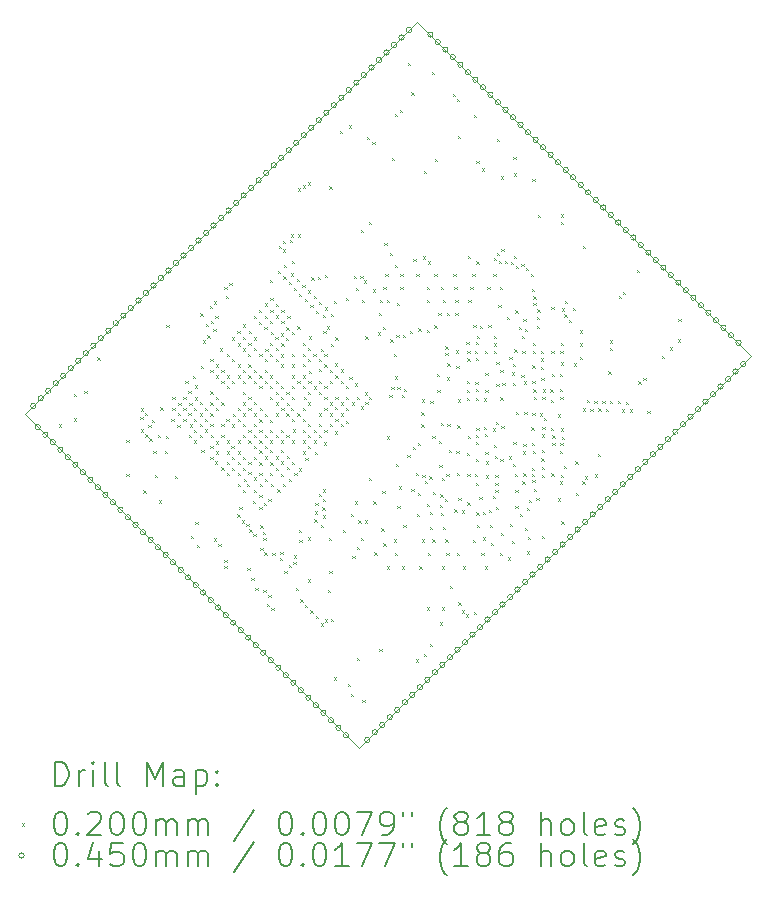
<source format=gbr>
%TF.GenerationSoftware,KiCad,Pcbnew,8.0.0-rc1*%
%TF.CreationDate,2025-03-14T10:19:53+03:00*%
%TF.ProjectId,SMX66_V1.0,534d5836-365f-4563-912e-302e6b696361,rev?*%
%TF.SameCoordinates,Original*%
%TF.FileFunction,Drillmap*%
%TF.FilePolarity,Positive*%
%FSLAX45Y45*%
G04 Gerber Fmt 4.5, Leading zero omitted, Abs format (unit mm)*
G04 Created by KiCad (PCBNEW 8.0.0-rc1) date 2025-03-14 10:19:53*
%MOMM*%
%LPD*%
G01*
G04 APERTURE LIST*
%ADD10C,0.100000*%
%ADD11C,0.200000*%
G04 APERTURE END LIST*
D10*
X17536782Y-9160274D02*
X14213380Y-12483676D01*
X11384953Y-9655249D01*
X14708354Y-6331847D01*
X17536782Y-9160274D01*
D11*
D10*
X11672553Y-9741752D02*
X11692543Y-9761742D01*
X11692543Y-9741752D02*
X11672553Y-9761742D01*
X11800149Y-9690189D02*
X11820139Y-9710179D01*
X11820139Y-9690189D02*
X11800149Y-9710179D01*
X11800553Y-9482752D02*
X11820543Y-9502742D01*
X11820543Y-9482752D02*
X11800553Y-9502742D01*
X11888553Y-9457752D02*
X11908543Y-9477742D01*
X11908543Y-9457752D02*
X11888553Y-9477742D01*
X11997064Y-9172262D02*
X12017054Y-9192252D01*
X12017054Y-9172262D02*
X11997064Y-9192252D01*
X12243564Y-10162762D02*
X12263554Y-10182752D01*
X12263554Y-10162762D02*
X12243564Y-10182752D01*
X12244553Y-9872752D02*
X12264543Y-9892742D01*
X12264543Y-9872752D02*
X12244553Y-9892742D01*
X12361553Y-9676752D02*
X12381543Y-9696742D01*
X12381543Y-9676752D02*
X12361553Y-9696742D01*
X12367553Y-9782752D02*
X12387543Y-9802742D01*
X12387543Y-9782752D02*
X12367553Y-9802742D01*
X12369094Y-9606247D02*
X12389084Y-9626237D01*
X12389084Y-9606247D02*
X12369094Y-9626237D01*
X12386553Y-10300752D02*
X12406543Y-10320742D01*
X12406543Y-10300752D02*
X12386553Y-10320742D01*
X12400553Y-9642980D02*
X12420543Y-9662970D01*
X12420543Y-9642980D02*
X12400553Y-9662970D01*
X12404699Y-9826425D02*
X12424689Y-9846415D01*
X12424689Y-9826425D02*
X12404699Y-9846415D01*
X12430758Y-9744421D02*
X12450748Y-9764411D01*
X12450748Y-9744421D02*
X12430758Y-9764411D01*
X12438604Y-9860410D02*
X12458594Y-9880400D01*
X12458594Y-9860410D02*
X12438604Y-9880400D01*
X12462243Y-9705427D02*
X12482233Y-9725417D01*
X12482233Y-9705427D02*
X12462243Y-9725417D01*
X12473935Y-9966585D02*
X12493925Y-9986575D01*
X12493925Y-9966585D02*
X12473935Y-9986575D01*
X12484101Y-10169500D02*
X12504091Y-10189490D01*
X12504091Y-10169500D02*
X12484101Y-10189490D01*
X12508972Y-9830017D02*
X12528962Y-9850007D01*
X12528962Y-9830017D02*
X12508972Y-9850007D01*
X12519661Y-10383752D02*
X12539651Y-10403742D01*
X12539651Y-10383752D02*
X12519661Y-10403742D01*
X12530841Y-9597840D02*
X12550831Y-9617830D01*
X12550831Y-9597840D02*
X12530841Y-9617830D01*
X12568082Y-9966669D02*
X12588072Y-9986659D01*
X12588072Y-9966669D02*
X12568082Y-9986659D01*
X12576021Y-9840219D02*
X12596011Y-9860209D01*
X12596011Y-9840219D02*
X12576021Y-9860209D01*
X12583767Y-8895965D02*
X12603757Y-8915955D01*
X12603757Y-8895965D02*
X12583767Y-8915955D01*
X12624553Y-9692752D02*
X12644543Y-9712742D01*
X12644543Y-9692752D02*
X12624553Y-9712742D01*
X12634221Y-9509485D02*
X12654211Y-9529475D01*
X12654211Y-9509485D02*
X12634221Y-9529475D01*
X12634221Y-9601409D02*
X12654211Y-9621399D01*
X12654211Y-9601409D02*
X12634221Y-9621399D01*
X12656792Y-10176990D02*
X12676782Y-10196980D01*
X12676782Y-10176990D02*
X12656792Y-10196980D01*
X12674553Y-9746752D02*
X12694543Y-9766742D01*
X12694543Y-9746752D02*
X12674553Y-9766742D01*
X12680183Y-9644752D02*
X12700173Y-9664742D01*
X12700173Y-9644752D02*
X12680183Y-9664742D01*
X12684264Y-9559675D02*
X12704254Y-9579665D01*
X12704254Y-9559675D02*
X12684264Y-9579665D01*
X12725553Y-9602752D02*
X12745543Y-9622742D01*
X12745543Y-9602752D02*
X12725553Y-9622742D01*
X12726145Y-9693333D02*
X12746135Y-9713323D01*
X12746135Y-9693333D02*
X12726145Y-9713323D01*
X12727110Y-9508195D02*
X12747100Y-9528185D01*
X12747100Y-9508195D02*
X12727110Y-9528185D01*
X12745013Y-9375112D02*
X12765003Y-9395102D01*
X12765003Y-9375112D02*
X12745013Y-9395102D01*
X12768918Y-9641785D02*
X12788908Y-9661775D01*
X12788908Y-9641785D02*
X12768918Y-9661775D01*
X12770497Y-9459808D02*
X12790487Y-9479798D01*
X12790487Y-9459808D02*
X12770497Y-9479798D01*
X12772107Y-9831219D02*
X12792097Y-9851209D01*
X12792097Y-9831219D02*
X12772107Y-9851209D01*
X12777618Y-9561282D02*
X12797608Y-9581272D01*
X12797608Y-9561282D02*
X12777618Y-9581272D01*
X12781553Y-9740752D02*
X12801543Y-9760742D01*
X12801543Y-9740752D02*
X12781553Y-9760742D01*
X12792547Y-10683960D02*
X12812537Y-10703950D01*
X12812537Y-10683960D02*
X12792547Y-10703950D01*
X12809553Y-9327752D02*
X12829543Y-9347742D01*
X12829543Y-9327752D02*
X12809553Y-9347742D01*
X12816553Y-9599752D02*
X12836543Y-9619742D01*
X12836543Y-9599752D02*
X12816553Y-9619742D01*
X12818069Y-9693333D02*
X12838059Y-9713323D01*
X12838059Y-9693333D02*
X12818069Y-9713323D01*
X12818069Y-9785257D02*
X12838059Y-9805247D01*
X12838059Y-9785257D02*
X12818069Y-9805247D01*
X12818069Y-9877181D02*
X12838059Y-9897171D01*
X12838059Y-9877181D02*
X12818069Y-9897171D01*
X12821571Y-9411950D02*
X12841561Y-9431940D01*
X12841561Y-9411950D02*
X12821571Y-9431940D01*
X12821997Y-9511308D02*
X12841987Y-9531298D01*
X12841987Y-9511308D02*
X12821997Y-9531298D01*
X12829553Y-10565752D02*
X12849543Y-10585742D01*
X12849543Y-10565752D02*
X12829553Y-10585742D01*
X12839246Y-10759810D02*
X12859236Y-10779800D01*
X12859236Y-10759810D02*
X12839246Y-10779800D01*
X12864031Y-9647371D02*
X12884021Y-9667361D01*
X12884021Y-9647371D02*
X12864031Y-9667361D01*
X12864031Y-9739295D02*
X12884021Y-9759285D01*
X12884021Y-9739295D02*
X12864031Y-9759285D01*
X12864031Y-9831219D02*
X12884021Y-9851209D01*
X12884021Y-9831219D02*
X12864031Y-9851209D01*
X12864553Y-9548752D02*
X12884543Y-9568742D01*
X12884543Y-9548752D02*
X12864553Y-9568742D01*
X12871459Y-8801846D02*
X12891449Y-8821836D01*
X12891449Y-8801846D02*
X12871459Y-8821836D01*
X12875553Y-9246752D02*
X12895543Y-9266742D01*
X12895543Y-9246752D02*
X12875553Y-9266742D01*
X12878313Y-9955472D02*
X12898303Y-9975462D01*
X12898303Y-9955472D02*
X12878313Y-9975462D01*
X12889108Y-9029263D02*
X12909098Y-9049253D01*
X12909098Y-9029263D02*
X12889108Y-9049253D01*
X12909993Y-9601409D02*
X12929983Y-9621399D01*
X12929983Y-9601409D02*
X12909993Y-9621399D01*
X12909993Y-9693333D02*
X12929983Y-9713323D01*
X12929983Y-9693333D02*
X12909993Y-9713323D01*
X12911026Y-9784224D02*
X12931016Y-9804214D01*
X12931016Y-9784224D02*
X12911026Y-9804214D01*
X12914553Y-8892752D02*
X12934543Y-8912742D01*
X12934543Y-8892752D02*
X12914553Y-8912742D01*
X12930124Y-8988247D02*
X12950114Y-9008237D01*
X12950114Y-8988247D02*
X12930124Y-9008237D01*
X12949553Y-8736752D02*
X12969543Y-8756742D01*
X12969543Y-8736752D02*
X12949553Y-8756742D01*
X12955444Y-9460257D02*
X12975434Y-9480247D01*
X12975434Y-9460257D02*
X12955444Y-9480247D01*
X12955955Y-9187751D02*
X12975945Y-9207741D01*
X12975945Y-9187751D02*
X12955955Y-9207741D01*
X12955955Y-9279675D02*
X12975945Y-9299665D01*
X12975945Y-9279675D02*
X12955955Y-9299665D01*
X12955955Y-9555447D02*
X12975945Y-9575437D01*
X12975945Y-9555447D02*
X12955955Y-9575437D01*
X12955955Y-9647371D02*
X12975945Y-9667361D01*
X12975945Y-9647371D02*
X12955955Y-9667361D01*
X12955955Y-9739295D02*
X12975945Y-9759285D01*
X12975945Y-9739295D02*
X12955955Y-9759285D01*
X12955955Y-9923143D02*
X12975945Y-9943133D01*
X12975945Y-9923143D02*
X12955955Y-9943133D01*
X12955955Y-10015067D02*
X12975945Y-10035057D01*
X12975945Y-10015067D02*
X12955955Y-10035057D01*
X12957488Y-8862910D02*
X12977478Y-8882900D01*
X12977478Y-8862910D02*
X12957488Y-8882900D01*
X12957734Y-9832357D02*
X12977724Y-9852347D01*
X12977724Y-9832357D02*
X12957734Y-9852347D01*
X12979947Y-8930274D02*
X12999937Y-8950264D01*
X12999937Y-8930274D02*
X12979947Y-8950264D01*
X12984553Y-10705752D02*
X13004543Y-10725742D01*
X13004543Y-10705752D02*
X12984553Y-10725742D01*
X12987553Y-8699752D02*
X13007543Y-8719742D01*
X13007543Y-8699752D02*
X12987553Y-8719742D01*
X12993686Y-10054723D02*
X13013676Y-10074713D01*
X13013676Y-10054723D02*
X12993686Y-10074713D01*
X12998504Y-8821894D02*
X13018494Y-8841884D01*
X13018494Y-8821894D02*
X12998504Y-8841884D01*
X13001917Y-9233713D02*
X13021907Y-9253703D01*
X13021907Y-9233713D02*
X13001917Y-9253703D01*
X13001917Y-9325637D02*
X13021907Y-9345627D01*
X13021907Y-9325637D02*
X13001917Y-9345627D01*
X13001917Y-9509485D02*
X13021907Y-9529475D01*
X13021907Y-9509485D02*
X13001917Y-9529475D01*
X13001917Y-9601409D02*
X13021907Y-9621399D01*
X13021907Y-9601409D02*
X13001917Y-9621399D01*
X13001917Y-9969105D02*
X13021907Y-9989095D01*
X13021907Y-9969105D02*
X13001917Y-9989095D01*
X13001918Y-9885752D02*
X13021908Y-9905742D01*
X13021908Y-9885752D02*
X13001918Y-9905742D01*
X13023553Y-10753752D02*
X13043543Y-10773742D01*
X13043543Y-10753752D02*
X13023553Y-10773742D01*
X13037113Y-9098252D02*
X13057103Y-9118242D01*
X13057103Y-9098252D02*
X13037113Y-9118242D01*
X13046932Y-10104499D02*
X13066922Y-10124489D01*
X13066922Y-10104499D02*
X13046932Y-10124489D01*
X13047879Y-9279675D02*
X13067869Y-9299665D01*
X13067869Y-9279675D02*
X13047879Y-9299665D01*
X13047879Y-9371599D02*
X13067869Y-9391589D01*
X13067869Y-9371599D02*
X13047879Y-9391589D01*
X13047879Y-9555447D02*
X13067869Y-9575437D01*
X13067869Y-9555447D02*
X13047879Y-9575437D01*
X13047879Y-9739295D02*
X13067869Y-9759285D01*
X13067869Y-9739295D02*
X13047879Y-9759285D01*
X13047879Y-9831219D02*
X13067869Y-9851209D01*
X13067869Y-9831219D02*
X13047879Y-9851209D01*
X13073553Y-10888752D02*
X13093543Y-10908742D01*
X13093543Y-10888752D02*
X13073553Y-10908742D01*
X13073553Y-10936757D02*
X13093543Y-10956747D01*
X13093543Y-10936757D02*
X13073553Y-10956747D01*
X13074636Y-8575752D02*
X13094626Y-8595742D01*
X13094626Y-8575752D02*
X13074636Y-8595742D01*
X13088043Y-8651262D02*
X13108033Y-8671252D01*
X13108033Y-8651262D02*
X13088043Y-8671252D01*
X13091914Y-9695112D02*
X13111904Y-9715102D01*
X13111904Y-9695112D02*
X13091914Y-9715102D01*
X13093841Y-9141789D02*
X13113831Y-9161779D01*
X13113831Y-9141789D02*
X13093841Y-9161779D01*
X13093841Y-9325637D02*
X13113831Y-9345627D01*
X13113831Y-9325637D02*
X13093841Y-9345627D01*
X13093841Y-9417561D02*
X13113831Y-9437551D01*
X13113831Y-9417561D02*
X13093841Y-9437551D01*
X13093841Y-9877181D02*
X13113831Y-9897171D01*
X13113831Y-9877181D02*
X13093841Y-9897171D01*
X13093841Y-9969105D02*
X13113831Y-9989095D01*
X13113831Y-9969105D02*
X13093841Y-9989095D01*
X13093841Y-10061029D02*
X13113831Y-10081019D01*
X13113831Y-10061029D02*
X13093841Y-10081019D01*
X13095835Y-10151033D02*
X13115825Y-10171023D01*
X13115825Y-10151033D02*
X13095835Y-10171023D01*
X13116553Y-8540752D02*
X13136543Y-8560742D01*
X13136543Y-8540752D02*
X13116553Y-8560742D01*
X13134553Y-9921752D02*
X13154543Y-9941742D01*
X13154543Y-9921752D02*
X13134553Y-9941742D01*
X13138553Y-9740752D02*
X13158543Y-9760742D01*
X13158543Y-9740752D02*
X13138553Y-9760742D01*
X13139803Y-9003903D02*
X13159793Y-9023893D01*
X13159793Y-9003903D02*
X13139803Y-9023893D01*
X13139803Y-9187751D02*
X13159793Y-9207741D01*
X13159793Y-9187751D02*
X13139803Y-9207741D01*
X13139803Y-9371599D02*
X13159793Y-9391589D01*
X13159793Y-9371599D02*
X13139803Y-9391589D01*
X13139803Y-10015067D02*
X13159793Y-10035057D01*
X13159793Y-10015067D02*
X13139803Y-10035057D01*
X13139803Y-10106991D02*
X13159793Y-10126981D01*
X13159793Y-10106991D02*
X13139803Y-10126981D01*
X13143194Y-9649821D02*
X13163184Y-9669811D01*
X13163184Y-9649821D02*
X13143194Y-9669811D01*
X13183553Y-8948752D02*
X13203543Y-8968742D01*
X13203543Y-8948752D02*
X13183553Y-8968742D01*
X13184473Y-10503856D02*
X13204463Y-10523846D01*
X13204463Y-10503856D02*
X13184473Y-10523846D01*
X13185553Y-9054752D02*
X13205543Y-9074742D01*
X13205543Y-9054752D02*
X13185553Y-9074742D01*
X13185759Y-10244957D02*
X13205749Y-10264947D01*
X13205749Y-10244957D02*
X13185759Y-10264947D01*
X13185765Y-9233713D02*
X13205755Y-9253703D01*
X13205755Y-9233713D02*
X13185765Y-9253703D01*
X13185765Y-9325637D02*
X13205755Y-9345627D01*
X13205755Y-9325637D02*
X13185765Y-9345627D01*
X13185765Y-9693333D02*
X13205755Y-9713323D01*
X13205755Y-9693333D02*
X13185765Y-9713323D01*
X13185765Y-9877181D02*
X13205755Y-9897171D01*
X13205755Y-9877181D02*
X13185765Y-9897171D01*
X13185765Y-9969105D02*
X13205755Y-9989095D01*
X13205755Y-9969105D02*
X13185765Y-9989095D01*
X13185765Y-10061029D02*
X13205755Y-10081019D01*
X13205755Y-10061029D02*
X13185765Y-10081019D01*
X13186973Y-9601172D02*
X13206963Y-9621162D01*
X13206963Y-9601172D02*
X13186973Y-9621162D01*
X13188223Y-10150421D02*
X13208213Y-10170411D01*
X13208213Y-10150421D02*
X13188223Y-10170411D01*
X13200933Y-10439131D02*
X13220923Y-10459121D01*
X13220923Y-10439131D02*
X13200933Y-10459121D01*
X13219553Y-10554752D02*
X13239543Y-10574742D01*
X13239543Y-10554752D02*
X13219553Y-10574742D01*
X13228312Y-9000282D02*
X13248302Y-9020272D01*
X13248302Y-9000282D02*
X13228312Y-9020272D01*
X13229553Y-9646752D02*
X13249543Y-9666742D01*
X13249543Y-9646752D02*
X13229553Y-9666742D01*
X13230153Y-9281132D02*
X13250143Y-9301122D01*
X13250143Y-9281132D02*
X13230153Y-9301122D01*
X13230153Y-9555452D02*
X13250143Y-9575442D01*
X13250143Y-9555452D02*
X13230153Y-9575442D01*
X13230475Y-10293001D02*
X13250465Y-10312991D01*
X13250465Y-10293001D02*
X13230475Y-10312991D01*
X13230553Y-9098752D02*
X13250543Y-9118742D01*
X13250543Y-9098752D02*
X13230553Y-9118742D01*
X13231726Y-10015068D02*
X13251716Y-10035058D01*
X13251716Y-10015068D02*
X13231726Y-10035058D01*
X13231727Y-9739295D02*
X13251717Y-9759285D01*
X13251717Y-9739295D02*
X13231727Y-9759285D01*
X13231727Y-9831219D02*
X13251717Y-9851209D01*
X13251717Y-9831219D02*
X13231727Y-9851209D01*
X13231727Y-10106991D02*
X13251717Y-10126981D01*
X13251717Y-10106991D02*
X13231727Y-10126981D01*
X13232693Y-9372572D02*
X13252683Y-9392562D01*
X13252683Y-9372572D02*
X13232693Y-9392562D01*
X13232693Y-9464012D02*
X13252683Y-9484002D01*
X13252683Y-9464012D02*
X13232693Y-9484002D01*
X13232911Y-8895289D02*
X13252901Y-8915279D01*
X13252901Y-8895289D02*
X13232911Y-8915279D01*
X13238320Y-10203263D02*
X13258310Y-10223253D01*
X13258310Y-10203263D02*
X13238320Y-10223253D01*
X13260553Y-10581752D02*
X13280543Y-10601742D01*
X13280543Y-10581752D02*
X13260553Y-10601742D01*
X13263553Y-10244752D02*
X13283543Y-10264742D01*
X13283543Y-10244752D02*
X13263553Y-10264742D01*
X13268309Y-10958018D02*
X13288299Y-10978008D01*
X13288299Y-10958018D02*
X13268309Y-10978008D01*
X13273553Y-9145752D02*
X13293543Y-9165742D01*
X13293543Y-9145752D02*
X13273553Y-9165742D01*
X13275873Y-9601172D02*
X13295863Y-9621162D01*
X13295863Y-9601172D02*
X13275873Y-9621162D01*
X13277553Y-10140752D02*
X13297543Y-10160742D01*
X13297543Y-10140752D02*
X13277553Y-10160742D01*
X13277688Y-10061030D02*
X13297678Y-10081020D01*
X13297678Y-10061030D02*
X13277688Y-10081020D01*
X13277689Y-9049865D02*
X13297679Y-9069855D01*
X13297679Y-9049865D02*
X13277689Y-9069855D01*
X13277689Y-9233713D02*
X13297679Y-9253703D01*
X13297679Y-9233713D02*
X13277689Y-9253703D01*
X13277689Y-9325637D02*
X13297679Y-9345627D01*
X13297679Y-9325637D02*
X13277689Y-9345627D01*
X13277689Y-9785257D02*
X13297679Y-9805247D01*
X13297679Y-9785257D02*
X13277689Y-9805247D01*
X13277689Y-9877181D02*
X13297679Y-9897171D01*
X13297679Y-9877181D02*
X13277689Y-9897171D01*
X13278413Y-9509732D02*
X13298403Y-9529722D01*
X13298403Y-9509732D02*
X13278413Y-9529722D01*
X13281553Y-8950752D02*
X13301543Y-8970742D01*
X13301543Y-8950752D02*
X13281553Y-8970742D01*
X13285570Y-10629353D02*
X13305560Y-10649343D01*
X13305560Y-10629353D02*
X13285570Y-10649343D01*
X13303636Y-11040131D02*
X13323626Y-11060121D01*
X13323626Y-11040131D02*
X13303636Y-11060121D01*
X13316513Y-10391112D02*
X13336503Y-10411102D01*
X13336503Y-10391112D02*
X13316513Y-10411102D01*
X13317946Y-10666359D02*
X13337936Y-10686349D01*
X13337936Y-10666359D02*
X13317946Y-10686349D01*
X13321553Y-8822752D02*
X13341543Y-8842742D01*
X13341543Y-8822752D02*
X13321553Y-8842742D01*
X13322553Y-9552752D02*
X13342543Y-9572742D01*
X13342543Y-9552752D02*
X13322553Y-9572742D01*
X13322761Y-10015960D02*
X13342751Y-10035950D01*
X13342751Y-10015960D02*
X13322761Y-10035950D01*
X13323553Y-10190752D02*
X13343543Y-10210742D01*
X13343543Y-10190752D02*
X13323553Y-10210742D01*
X13323650Y-9095828D02*
X13343640Y-9115818D01*
X13343640Y-9095828D02*
X13323650Y-9115818D01*
X13323651Y-9003903D02*
X13343641Y-9023893D01*
X13343641Y-9003903D02*
X13323651Y-9023893D01*
X13323651Y-9279675D02*
X13343641Y-9299665D01*
X13343641Y-9279675D02*
X13323651Y-9299665D01*
X13323651Y-9371599D02*
X13343641Y-9391589D01*
X13343641Y-9371599D02*
X13323651Y-9391589D01*
X13323651Y-9647371D02*
X13343641Y-9667361D01*
X13343641Y-9647371D02*
X13323651Y-9667361D01*
X13323651Y-9739295D02*
X13343641Y-9759285D01*
X13343641Y-9739295D02*
X13323651Y-9759285D01*
X13323651Y-9831219D02*
X13343641Y-9851209D01*
X13343641Y-9831219D02*
X13323651Y-9851209D01*
X13323654Y-9923143D02*
X13343644Y-9943133D01*
X13343644Y-9923143D02*
X13323654Y-9943133D01*
X13324350Y-10293169D02*
X13344340Y-10313159D01*
X13344340Y-10293169D02*
X13324350Y-10313159D01*
X13336718Y-11125194D02*
X13356708Y-11145184D01*
X13356708Y-11125194D02*
X13336718Y-11145184D01*
X13367412Y-8771893D02*
X13387402Y-8791883D01*
X13387402Y-8771893D02*
X13367412Y-8791883D01*
X13368553Y-8873752D02*
X13388543Y-8893742D01*
X13388543Y-8873752D02*
X13368553Y-8893742D01*
X13369553Y-9698752D02*
X13389543Y-9718742D01*
X13389543Y-9698752D02*
X13369553Y-9718742D01*
X13369553Y-9959752D02*
X13389543Y-9979742D01*
X13389543Y-9959752D02*
X13369553Y-9979742D01*
X13369553Y-10063752D02*
X13389543Y-10083742D01*
X13389543Y-10063752D02*
X13369553Y-10083742D01*
X13369612Y-9785257D02*
X13389602Y-9805247D01*
X13389602Y-9785257D02*
X13369612Y-9805247D01*
X13369612Y-9877181D02*
X13389602Y-9897171D01*
X13389602Y-9877181D02*
X13369612Y-9897171D01*
X13369613Y-9325637D02*
X13389603Y-9345627D01*
X13389603Y-9325637D02*
X13369613Y-9345627D01*
X13369613Y-9417561D02*
X13389603Y-9437551D01*
X13389603Y-9417561D02*
X13369613Y-9437551D01*
X13369854Y-10439368D02*
X13389844Y-10459358D01*
X13389844Y-10439368D02*
X13369854Y-10459358D01*
X13370988Y-10340103D02*
X13390978Y-10360093D01*
X13390978Y-10340103D02*
X13370988Y-10360093D01*
X13371187Y-10150779D02*
X13391177Y-10170769D01*
X13391177Y-10150779D02*
X13371187Y-10170769D01*
X13371527Y-9143778D02*
X13391517Y-9163768D01*
X13391517Y-9143778D02*
X13371527Y-9163768D01*
X13372553Y-9600752D02*
X13392543Y-9620742D01*
X13392543Y-9600752D02*
X13372553Y-9620742D01*
X13373345Y-10246960D02*
X13393335Y-10266950D01*
X13393335Y-10246960D02*
X13373345Y-10266950D01*
X13377553Y-10788752D02*
X13397543Y-10808742D01*
X13397543Y-10788752D02*
X13377553Y-10808742D01*
X13379951Y-10596752D02*
X13399941Y-10616742D01*
X13399941Y-10596752D02*
X13379951Y-10616742D01*
X13398553Y-10651752D02*
X13418543Y-10671742D01*
X13418543Y-10651752D02*
X13398553Y-10671742D01*
X13402553Y-10702752D02*
X13422543Y-10722742D01*
X13422543Y-10702752D02*
X13402553Y-10722742D01*
X13402636Y-11144358D02*
X13422626Y-11164348D01*
X13422626Y-11144358D02*
X13402636Y-11164348D01*
X13407954Y-10406348D02*
X13427944Y-10426338D01*
X13427944Y-10406348D02*
X13407954Y-10426338D01*
X13411178Y-8916376D02*
X13431168Y-8936366D01*
X13431168Y-8916376D02*
X13411178Y-8936366D01*
X13412553Y-10823752D02*
X13432543Y-10843742D01*
X13432543Y-10823752D02*
X13412553Y-10843742D01*
X13414661Y-8717644D02*
X13434651Y-8737634D01*
X13434651Y-8717644D02*
X13414661Y-8737634D01*
X13414704Y-10202387D02*
X13434694Y-10222377D01*
X13434694Y-10202387D02*
X13414704Y-10222377D01*
X13415574Y-9831219D02*
X13435564Y-9851209D01*
X13435564Y-9831219D02*
X13415574Y-9851209D01*
X13415575Y-8820055D02*
X13435565Y-8840045D01*
X13435565Y-8820055D02*
X13415575Y-8840045D01*
X13415575Y-9187751D02*
X13435565Y-9207741D01*
X13435565Y-9187751D02*
X13415575Y-9207741D01*
X13415575Y-9279675D02*
X13435565Y-9299665D01*
X13435565Y-9279675D02*
X13415575Y-9299665D01*
X13415575Y-9371599D02*
X13435565Y-9391589D01*
X13435565Y-9371599D02*
X13415575Y-9391589D01*
X13415578Y-9923143D02*
X13435568Y-9943133D01*
X13435568Y-9923143D02*
X13415578Y-9943133D01*
X13415578Y-10012752D02*
X13435568Y-10032742D01*
X13435568Y-10012752D02*
X13415578Y-10032742D01*
X13417553Y-9649752D02*
X13437543Y-9669742D01*
X13437543Y-9649752D02*
X13417553Y-9669742D01*
X13419722Y-9099742D02*
X13439712Y-9119732D01*
X13439712Y-9099742D02*
X13419722Y-9119732D01*
X13435636Y-11258859D02*
X13455626Y-11278849D01*
X13455626Y-11258859D02*
X13435636Y-11278849D01*
X13446553Y-11182752D02*
X13466543Y-11202741D01*
X13466543Y-11182752D02*
X13446553Y-11202741D01*
X13447553Y-10371752D02*
X13467543Y-10391742D01*
X13467543Y-10371752D02*
X13447553Y-10391742D01*
X13456553Y-8517752D02*
X13476543Y-8537742D01*
X13476543Y-8517752D02*
X13456553Y-8537742D01*
X13460563Y-10153761D02*
X13480553Y-10173751D01*
X13480553Y-10153761D02*
X13460563Y-10173751D01*
X13461536Y-8866018D02*
X13481526Y-8886008D01*
X13481526Y-8866018D02*
X13461536Y-8886008D01*
X13461536Y-9049866D02*
X13481526Y-9069856D01*
X13481526Y-9049866D02*
X13461536Y-9069856D01*
X13461537Y-9141789D02*
X13481527Y-9161779D01*
X13481527Y-9141789D02*
X13461537Y-9161779D01*
X13461537Y-9325637D02*
X13481527Y-9345627D01*
X13481527Y-9325637D02*
X13461537Y-9345627D01*
X13461537Y-9417561D02*
X13481527Y-9437551D01*
X13481527Y-9417561D02*
X13461537Y-9437551D01*
X13461537Y-9509485D02*
X13481527Y-9529475D01*
X13481527Y-9509485D02*
X13461537Y-9529475D01*
X13461537Y-9785257D02*
X13481527Y-9805247D01*
X13481527Y-9785257D02*
X13461537Y-9805247D01*
X13461537Y-9877181D02*
X13481527Y-9897171D01*
X13481527Y-9877181D02*
X13461537Y-9897171D01*
X13461553Y-9702752D02*
X13481543Y-9722742D01*
X13481543Y-9702752D02*
X13461553Y-9722742D01*
X13461589Y-9958716D02*
X13481579Y-9978706D01*
X13481579Y-9958716D02*
X13461589Y-9978706D01*
X13461997Y-8770195D02*
X13481987Y-8790185D01*
X13481987Y-8770195D02*
X13461997Y-8790185D01*
X13462567Y-8669036D02*
X13482557Y-8689026D01*
X13482557Y-8669036D02*
X13462567Y-8689026D01*
X13462718Y-10062209D02*
X13482708Y-10082199D01*
X13482708Y-10062209D02*
X13462718Y-10082199D01*
X13466447Y-10247073D02*
X13486437Y-10267063D01*
X13486437Y-10247073D02*
X13466447Y-10267063D01*
X13469553Y-8958752D02*
X13489543Y-8978742D01*
X13489543Y-8958752D02*
X13469553Y-8978742D01*
X13470946Y-11294359D02*
X13490936Y-11314349D01*
X13490936Y-11294359D02*
X13470946Y-11314349D01*
X13479636Y-10830596D02*
X13499626Y-10850586D01*
X13499626Y-10830596D02*
X13479636Y-10850586D01*
X13506553Y-8999752D02*
X13526543Y-9019742D01*
X13526543Y-8999752D02*
X13506553Y-9019742D01*
X13507499Y-9095827D02*
X13527489Y-9115817D01*
X13527489Y-9095827D02*
X13507499Y-9115817D01*
X13507499Y-9187751D02*
X13527489Y-9207741D01*
X13527489Y-9187751D02*
X13507499Y-9207741D01*
X13507499Y-9371599D02*
X13527489Y-9391589D01*
X13527489Y-9371599D02*
X13507499Y-9391589D01*
X13507499Y-9463523D02*
X13527489Y-9483513D01*
X13527489Y-9463523D02*
X13507499Y-9483513D01*
X13507499Y-9555447D02*
X13527489Y-9575437D01*
X13527489Y-9555447D02*
X13507499Y-9575437D01*
X13507499Y-9647371D02*
X13527489Y-9667361D01*
X13527489Y-9647371D02*
X13507499Y-9667361D01*
X13507499Y-9831219D02*
X13527489Y-9851209D01*
X13527489Y-9831219D02*
X13507499Y-9851209D01*
X13508789Y-8816976D02*
X13528779Y-8836966D01*
X13528779Y-8816976D02*
X13508789Y-8836966D01*
X13510553Y-8719752D02*
X13530543Y-8739742D01*
X13530543Y-8719752D02*
X13510553Y-8739742D01*
X13510553Y-10011752D02*
X13530543Y-10031742D01*
X13530543Y-10011752D02*
X13510553Y-10031742D01*
X13512144Y-10111770D02*
X13532134Y-10131760D01*
X13532134Y-10111770D02*
X13512144Y-10131760D01*
X13523983Y-10292726D02*
X13543973Y-10312716D01*
X13543973Y-10292726D02*
X13523983Y-10312716D01*
X13525544Y-8439334D02*
X13545534Y-8459324D01*
X13545534Y-8439334D02*
X13525544Y-8459324D01*
X13532636Y-8229751D02*
X13552626Y-8249741D01*
X13552626Y-8229751D02*
X13532636Y-8249741D01*
X13545553Y-10872004D02*
X13565543Y-10891994D01*
X13565543Y-10872004D02*
X13545553Y-10891994D01*
X13548756Y-10819752D02*
X13568746Y-10839742D01*
X13568746Y-10819752D02*
X13548756Y-10839742D01*
X13552365Y-9959218D02*
X13572355Y-9979208D01*
X13572355Y-9959218D02*
X13552365Y-9979208D01*
X13552553Y-8969752D02*
X13572543Y-8989742D01*
X13572543Y-8969752D02*
X13552553Y-8989742D01*
X13552553Y-9147752D02*
X13572543Y-9167742D01*
X13572543Y-9147752D02*
X13552553Y-9167742D01*
X13552553Y-10054752D02*
X13572543Y-10074742D01*
X13572543Y-10054752D02*
X13552553Y-10074742D01*
X13552733Y-9232872D02*
X13572723Y-9252862D01*
X13572723Y-9232872D02*
X13552733Y-9252862D01*
X13553461Y-9417561D02*
X13573451Y-9437551D01*
X13573451Y-9417561D02*
X13553461Y-9437551D01*
X13553461Y-9509485D02*
X13573451Y-9529475D01*
X13573451Y-9509485D02*
X13553461Y-9529475D01*
X13553461Y-9785257D02*
X13573451Y-9805247D01*
X13573451Y-9785257D02*
X13553461Y-9805247D01*
X13553461Y-9877181D02*
X13573451Y-9897171D01*
X13573451Y-9877181D02*
X13553461Y-9897171D01*
X13553553Y-10157752D02*
X13573543Y-10177742D01*
X13573543Y-10157752D02*
X13553553Y-10177742D01*
X13555273Y-9601172D02*
X13575263Y-9621162D01*
X13575263Y-9601172D02*
X13555273Y-9621162D01*
X13555553Y-9054752D02*
X13575543Y-9074742D01*
X13575543Y-9054752D02*
X13555553Y-9074742D01*
X13556987Y-8863622D02*
X13576977Y-8883612D01*
X13576977Y-8863622D02*
X13556987Y-8883612D01*
X13557141Y-8770339D02*
X13577131Y-8790329D01*
X13577131Y-8770339D02*
X13557141Y-8790329D01*
X13568553Y-8188669D02*
X13588543Y-8208659D01*
X13588543Y-8188669D02*
X13568553Y-8208659D01*
X13569287Y-8260755D02*
X13589277Y-8280745D01*
X13589277Y-8260755D02*
X13569287Y-8280745D01*
X13569905Y-10245076D02*
X13589895Y-10265066D01*
X13589895Y-10245076D02*
X13569905Y-10265066D01*
X13571941Y-8486508D02*
X13591931Y-8506498D01*
X13591931Y-8486508D02*
X13571941Y-8506498D01*
X13576340Y-8388538D02*
X13596330Y-8408528D01*
X13596330Y-8388538D02*
X13576340Y-8408528D01*
X13582553Y-10978752D02*
X13602543Y-10998742D01*
X13602543Y-10978752D02*
X13582553Y-10998742D01*
X13594553Y-9008752D02*
X13614543Y-9028742D01*
X13614543Y-9008752D02*
X13594553Y-9028742D01*
X13599423Y-9463523D02*
X13619413Y-9483513D01*
X13619413Y-9463523D02*
X13599423Y-9483513D01*
X13599423Y-9647371D02*
X13619413Y-9667361D01*
X13619413Y-9647371D02*
X13599423Y-9667361D01*
X13599423Y-9831219D02*
X13619413Y-9851209D01*
X13619413Y-9831219D02*
X13599423Y-9851209D01*
X13599553Y-8918752D02*
X13619543Y-8938742D01*
X13619543Y-8918752D02*
X13599553Y-8938742D01*
X13600993Y-9557992D02*
X13620983Y-9577982D01*
X13620983Y-9557992D02*
X13600993Y-9577982D01*
X13601161Y-10007144D02*
X13621151Y-10027134D01*
X13621151Y-10007144D02*
X13601161Y-10027134D01*
X13603582Y-10103299D02*
X13623572Y-10123289D01*
X13623572Y-10103299D02*
X13603582Y-10123289D01*
X13607553Y-8819752D02*
X13627543Y-8839742D01*
X13627543Y-8819752D02*
X13607553Y-8839742D01*
X13618959Y-8533063D02*
X13638949Y-8553053D01*
X13638949Y-8533063D02*
X13618959Y-8553053D01*
X13619353Y-10200952D02*
X13639343Y-10220942D01*
X13639343Y-10200952D02*
X13619353Y-10220942D01*
X13621553Y-10932752D02*
X13641543Y-10952742D01*
X13641543Y-10932752D02*
X13621553Y-10952742D01*
X13630553Y-8179472D02*
X13650543Y-8199462D01*
X13650543Y-8179472D02*
X13630553Y-8199462D01*
X13636553Y-9601172D02*
X13656543Y-9621162D01*
X13656543Y-9601172D02*
X13636553Y-9621162D01*
X13637553Y-8131751D02*
X13657543Y-8151741D01*
X13657543Y-8131751D02*
X13637553Y-8151741D01*
X13638553Y-8463752D02*
X13658543Y-8483742D01*
X13658543Y-8463752D02*
X13638553Y-8483742D01*
X13643848Y-8359243D02*
X13663838Y-8379233D01*
X13663838Y-8359243D02*
X13643848Y-8379233D01*
X13644173Y-9509732D02*
X13664163Y-9529722D01*
X13664163Y-9509732D02*
X13644173Y-9529722D01*
X13644173Y-9692612D02*
X13664163Y-9712602D01*
X13664163Y-9692612D02*
X13644173Y-9712602D01*
X13645385Y-8957941D02*
X13665375Y-8977931D01*
X13665375Y-8957941D02*
X13645385Y-8977931D01*
X13645385Y-9141789D02*
X13665375Y-9161779D01*
X13665375Y-9141789D02*
X13645385Y-9161779D01*
X13645385Y-9233713D02*
X13665375Y-9253703D01*
X13665375Y-9233713D02*
X13645385Y-9253703D01*
X13645385Y-9325637D02*
X13665375Y-9345627D01*
X13665375Y-9325637D02*
X13645385Y-9345627D01*
X13645385Y-9877181D02*
X13665375Y-9897171D01*
X13665375Y-9877181D02*
X13645385Y-9897171D01*
X13645385Y-10061029D02*
X13665375Y-10081019D01*
X13665375Y-10061029D02*
X13645385Y-10081019D01*
X13646713Y-9415752D02*
X13666703Y-9435742D01*
X13666703Y-9415752D02*
X13646713Y-9435742D01*
X13654333Y-9784052D02*
X13674323Y-9804042D01*
X13674323Y-9784052D02*
X13654333Y-9804042D01*
X13659553Y-10902752D02*
X13679543Y-10922742D01*
X13679543Y-10902752D02*
X13659553Y-10922742D01*
X13662313Y-8583280D02*
X13682303Y-8603270D01*
X13682303Y-8583280D02*
X13662313Y-8603270D01*
X13663916Y-10848900D02*
X13683906Y-10868890D01*
X13683906Y-10848900D02*
X13663916Y-10868890D01*
X13666997Y-10153410D02*
X13686987Y-10173400D01*
X13686987Y-10153410D02*
X13666997Y-10173400D01*
X13678108Y-11122769D02*
X13698098Y-11142759D01*
X13698098Y-11122769D02*
X13678108Y-11142759D01*
X13686553Y-8511752D02*
X13706543Y-8531742D01*
X13706543Y-8511752D02*
X13686553Y-8531742D01*
X13691347Y-8911979D02*
X13711337Y-8931969D01*
X13711337Y-8911979D02*
X13691347Y-8931969D01*
X13691347Y-9371599D02*
X13711337Y-9391589D01*
X13711337Y-9371599D02*
X13691347Y-9391589D01*
X13691347Y-9647371D02*
X13711337Y-9667361D01*
X13711337Y-9647371D02*
X13691347Y-9667361D01*
X13697914Y-7741567D02*
X13717904Y-7761557D01*
X13717904Y-7741567D02*
X13697914Y-7761557D01*
X13698160Y-8132359D02*
X13718150Y-8152349D01*
X13718150Y-8132359D02*
X13698160Y-8152349D01*
X13702553Y-10112752D02*
X13722543Y-10132742D01*
X13722543Y-10112752D02*
X13702553Y-10132742D01*
X13703553Y-10631752D02*
X13723543Y-10651742D01*
X13723543Y-10631752D02*
X13703553Y-10651742D01*
X13704816Y-8634349D02*
X13724806Y-8654339D01*
X13724806Y-8634349D02*
X13704816Y-8654339D01*
X13710058Y-10719247D02*
X13730048Y-10739237D01*
X13730048Y-10719247D02*
X13710058Y-10739237D01*
X13716553Y-11222751D02*
X13736543Y-11242741D01*
X13736543Y-11222751D02*
X13716553Y-11242741D01*
X13734553Y-8558752D02*
X13754543Y-8578742D01*
X13754543Y-8558752D02*
X13734553Y-8578742D01*
X13737307Y-9785257D02*
X13757297Y-9805247D01*
X13757297Y-9785257D02*
X13737307Y-9805247D01*
X13737307Y-9877181D02*
X13757297Y-9897171D01*
X13757297Y-9877181D02*
X13737307Y-9897171D01*
X13737307Y-9969105D02*
X13757297Y-9989095D01*
X13757297Y-9969105D02*
X13737307Y-9989095D01*
X13737309Y-9049865D02*
X13757299Y-9069855D01*
X13757299Y-9049865D02*
X13737309Y-9069855D01*
X13737309Y-9141789D02*
X13757299Y-9161779D01*
X13757299Y-9141789D02*
X13737309Y-9161779D01*
X13737309Y-9325637D02*
X13757299Y-9345627D01*
X13757299Y-9325637D02*
X13737309Y-9345627D01*
X13737309Y-9417561D02*
X13757299Y-9437551D01*
X13757299Y-9417561D02*
X13737309Y-9437551D01*
X13737309Y-9601409D02*
X13757299Y-9621399D01*
X13757299Y-9601409D02*
X13737309Y-9621399D01*
X13737309Y-9693333D02*
X13757299Y-9713323D01*
X13757299Y-9693333D02*
X13737309Y-9713323D01*
X13738634Y-9228233D02*
X13758624Y-9248223D01*
X13758624Y-9228233D02*
X13738634Y-9248223D01*
X13739845Y-7718194D02*
X13759835Y-7738184D01*
X13759835Y-7718194D02*
X13739845Y-7738184D01*
X13748313Y-9509732D02*
X13768303Y-9529722D01*
X13768303Y-9509732D02*
X13748313Y-9529722D01*
X13754745Y-8679943D02*
X13774735Y-8699933D01*
X13774735Y-8679943D02*
X13754745Y-8699933D01*
X13755553Y-11266751D02*
X13775543Y-11286741D01*
X13775543Y-11266751D02*
X13755553Y-11286741D01*
X13761013Y-10022812D02*
X13781003Y-10042802D01*
X13781003Y-10022812D02*
X13761013Y-10042802D01*
X13779661Y-10696644D02*
X13799651Y-10716634D01*
X13799651Y-10696644D02*
X13779661Y-10716634D01*
X13780001Y-11051973D02*
X13799991Y-11071963D01*
X13799991Y-11051973D02*
X13780001Y-11071963D01*
X13780553Y-7692751D02*
X13800543Y-7712741D01*
X13800543Y-7692751D02*
X13780553Y-7712741D01*
X13780553Y-9092752D02*
X13800543Y-9112742D01*
X13800543Y-9092752D02*
X13780553Y-9112742D01*
X13781553Y-8605752D02*
X13801543Y-8625742D01*
X13801543Y-8605752D02*
X13781553Y-8625742D01*
X13783269Y-9739295D02*
X13803259Y-9759285D01*
X13803259Y-9739295D02*
X13783269Y-9759285D01*
X13783269Y-9831219D02*
X13803259Y-9851209D01*
X13803259Y-9831219D02*
X13783269Y-9851209D01*
X13783269Y-9923143D02*
X13803259Y-9943133D01*
X13803259Y-9923143D02*
X13783269Y-9943133D01*
X13783272Y-9187751D02*
X13803262Y-9207741D01*
X13803262Y-9187751D02*
X13783272Y-9207741D01*
X13783272Y-9463523D02*
X13803262Y-9483513D01*
X13803262Y-9463523D02*
X13783272Y-9483513D01*
X13783272Y-9555447D02*
X13803262Y-9575437D01*
X13803262Y-9555447D02*
X13783272Y-9575437D01*
X13783873Y-9370032D02*
X13803863Y-9390022D01*
X13803863Y-9370032D02*
X13783873Y-9390022D01*
X13788953Y-8996652D02*
X13808943Y-9016642D01*
X13808943Y-8996652D02*
X13788953Y-9016642D01*
X13789984Y-9289660D02*
X13809974Y-9309650D01*
X13809974Y-9289660D02*
X13789984Y-9309650D01*
X13800625Y-8727634D02*
X13820615Y-8747624D01*
X13820615Y-8727634D02*
X13800625Y-8747624D01*
X13801553Y-11315751D02*
X13821543Y-11335741D01*
X13821543Y-11315751D02*
X13801553Y-11335741D01*
X13811553Y-8495669D02*
X13831543Y-8515659D01*
X13831543Y-8495669D02*
X13811553Y-8515659D01*
X13828553Y-9144752D02*
X13848543Y-9164742D01*
X13848543Y-9144752D02*
X13828553Y-9164742D01*
X13829231Y-9785257D02*
X13849221Y-9805247D01*
X13849221Y-9785257D02*
X13829231Y-9805247D01*
X13829231Y-9877181D02*
X13849221Y-9897171D01*
X13849221Y-9877181D02*
X13829231Y-9897171D01*
X13829593Y-9418292D02*
X13849583Y-9438282D01*
X13849583Y-9418292D02*
X13829593Y-9438282D01*
X13829946Y-8654144D02*
X13849936Y-8674134D01*
X13849936Y-8654144D02*
X13829946Y-8674134D01*
X13836553Y-10544834D02*
X13856543Y-10564824D01*
X13856543Y-10544834D02*
X13836553Y-10564824D01*
X13839753Y-9972012D02*
X13859743Y-9992002D01*
X13859743Y-9972012D02*
X13839753Y-9992002D01*
X13841553Y-10476752D02*
X13861543Y-10496742D01*
X13861543Y-10476752D02*
X13841553Y-10496742D01*
X13843946Y-10404359D02*
X13863936Y-10424349D01*
X13863936Y-10404359D02*
X13843946Y-10424349D01*
X13848201Y-8781399D02*
X13868191Y-8801389D01*
X13868191Y-8781399D02*
X13848201Y-8801389D01*
X13849553Y-11362751D02*
X13869543Y-11382741D01*
X13869543Y-11362751D02*
X13849553Y-11382741D01*
X13865553Y-8493752D02*
X13885543Y-8513742D01*
X13885543Y-8493752D02*
X13865553Y-8513742D01*
X13874553Y-10328752D02*
X13894543Y-10348742D01*
X13894543Y-10328752D02*
X13874553Y-10348742D01*
X13875193Y-9187751D02*
X13895183Y-9207741D01*
X13895183Y-9187751D02*
X13875193Y-9207741D01*
X13875193Y-9371599D02*
X13895183Y-9391589D01*
X13895183Y-9371599D02*
X13875193Y-9391589D01*
X13875193Y-9463523D02*
X13895183Y-9483513D01*
X13895183Y-9463523D02*
X13875193Y-9483513D01*
X13875193Y-9647371D02*
X13895183Y-9667361D01*
X13895183Y-9647371D02*
X13875193Y-9667361D01*
X13875193Y-9739295D02*
X13895183Y-9759285D01*
X13895183Y-9739295D02*
X13875193Y-9759285D01*
X13875193Y-9831219D02*
X13895183Y-9851209D01*
X13895183Y-9831219D02*
X13875193Y-9851209D01*
X13875768Y-8705966D02*
X13895758Y-8725956D01*
X13895758Y-8705966D02*
X13875768Y-8725956D01*
X13876533Y-9269672D02*
X13896523Y-9289662D01*
X13896523Y-9269672D02*
X13876533Y-9289662D01*
X13890553Y-10589752D02*
X13910543Y-10609742D01*
X13910543Y-10589752D02*
X13890553Y-10609742D01*
X13891011Y-9101016D02*
X13911001Y-9121006D01*
X13911001Y-9101016D02*
X13891011Y-9121006D01*
X13891553Y-11424751D02*
X13911543Y-11444741D01*
X13911543Y-11424751D02*
X13891553Y-11444741D01*
X13902339Y-10442752D02*
X13922329Y-10462742D01*
X13922329Y-10442752D02*
X13902339Y-10462742D01*
X13908271Y-10291752D02*
X13928261Y-10311742D01*
X13928261Y-10291752D02*
X13908271Y-10311742D01*
X13908271Y-10511752D02*
X13928261Y-10531742D01*
X13928261Y-10511752D02*
X13908271Y-10531742D01*
X13908365Y-10373563D02*
X13928355Y-10393553D01*
X13928355Y-10373563D02*
X13908365Y-10393553D01*
X13909471Y-8816499D02*
X13929461Y-8836489D01*
X13929461Y-8816499D02*
X13909471Y-8836489D01*
X13910990Y-8947101D02*
X13930980Y-8967091D01*
X13930980Y-8947101D02*
X13910990Y-8967091D01*
X13918468Y-9893120D02*
X13938458Y-9913110D01*
X13938458Y-9893120D02*
X13918468Y-9913110D01*
X13921155Y-9141789D02*
X13941145Y-9161779D01*
X13941145Y-9141789D02*
X13921155Y-9161779D01*
X13921155Y-9233713D02*
X13941145Y-9253703D01*
X13941145Y-9233713D02*
X13921155Y-9253703D01*
X13921155Y-9417561D02*
X13941145Y-9437551D01*
X13941145Y-9417561D02*
X13921155Y-9437551D01*
X13921155Y-9509485D02*
X13941145Y-9529475D01*
X13941145Y-9509485D02*
X13921155Y-9529475D01*
X13921155Y-9785257D02*
X13941145Y-9805247D01*
X13941145Y-9785257D02*
X13921155Y-9805247D01*
X13921157Y-9601409D02*
X13941147Y-9621399D01*
X13941147Y-9601409D02*
X13921157Y-9621399D01*
X13924553Y-8750752D02*
X13944543Y-8770742D01*
X13944543Y-8750752D02*
X13924553Y-8770742D01*
X13927003Y-11391801D02*
X13946993Y-11411791D01*
X13946993Y-11391801D02*
X13927003Y-11411791D01*
X13927161Y-8477359D02*
X13947151Y-8497349D01*
X13947151Y-8477359D02*
X13927161Y-8497349D01*
X13942866Y-8910752D02*
X13962856Y-8930742D01*
X13962856Y-8910752D02*
X13942866Y-8930742D01*
X13949661Y-11142644D02*
X13969651Y-11162634D01*
X13969651Y-11142644D02*
X13949661Y-11162634D01*
X13958553Y-10703752D02*
X13978543Y-10723742D01*
X13978543Y-10703752D02*
X13958553Y-10723742D01*
X13962471Y-10982764D02*
X13982461Y-11002754D01*
X13982461Y-10982764D02*
X13962471Y-11002754D01*
X13963989Y-7727417D02*
X13983979Y-7747407D01*
X13983979Y-7727417D02*
X13963989Y-7747407D01*
X13967117Y-9279675D02*
X13987107Y-9299665D01*
X13987107Y-9279675D02*
X13967117Y-9299665D01*
X13967117Y-9371599D02*
X13987107Y-9391589D01*
X13987107Y-9371599D02*
X13967117Y-9391589D01*
X13967117Y-9739295D02*
X13987107Y-9759285D01*
X13987107Y-9739295D02*
X13967117Y-9759285D01*
X13967120Y-9647371D02*
X13987110Y-9667361D01*
X13987110Y-9647371D02*
X13967120Y-9667361D01*
X13967121Y-9555447D02*
X13987111Y-9575437D01*
X13987111Y-9555447D02*
X13967121Y-9575437D01*
X13975636Y-8804779D02*
X13995626Y-8824769D01*
X13995626Y-8804779D02*
X13975636Y-8824769D01*
X13975948Y-9059746D02*
X13995938Y-9079736D01*
X13995938Y-9059746D02*
X13975948Y-9079736D01*
X13976849Y-11388663D02*
X13996839Y-11408653D01*
X13996839Y-11388663D02*
X13976849Y-11408653D01*
X13998446Y-11882859D02*
X14018436Y-11902849D01*
X14018436Y-11882859D02*
X13998446Y-11902849D01*
X14002553Y-8692752D02*
X14022543Y-8712742D01*
X14022543Y-8692752D02*
X14002553Y-8712742D01*
X14007393Y-9593552D02*
X14027383Y-9613542D01*
X14027383Y-9593552D02*
X14007393Y-9613542D01*
X14011153Y-9223952D02*
X14031143Y-9243942D01*
X14031143Y-9223952D02*
X14011153Y-9243942D01*
X14011864Y-9799724D02*
X14031854Y-9819714D01*
X14031854Y-9799724D02*
X14011864Y-9819714D01*
X14013079Y-9325637D02*
X14033069Y-9345627D01*
X14033069Y-9325637D02*
X14013079Y-9345627D01*
X14013079Y-9693333D02*
X14033069Y-9713323D01*
X14033069Y-9693333D02*
X14013079Y-9713323D01*
X14013081Y-9509485D02*
X14033071Y-9529475D01*
X14033071Y-9509485D02*
X14013081Y-9529475D01*
X14013083Y-9003917D02*
X14033073Y-9023907D01*
X14033073Y-9003917D02*
X14013083Y-9023907D01*
X14053947Y-7255825D02*
X14073937Y-7275815D01*
X14073937Y-7255825D02*
X14053947Y-7275815D01*
X14059041Y-9371599D02*
X14079031Y-9391589D01*
X14079031Y-9371599D02*
X14059041Y-9391589D01*
X14059041Y-9647371D02*
X14079031Y-9667361D01*
X14079031Y-9647371D02*
X14059041Y-9667361D01*
X14059041Y-9739295D02*
X14079031Y-9759285D01*
X14079031Y-9739295D02*
X14059041Y-9759285D01*
X14059042Y-9555447D02*
X14079032Y-9575437D01*
X14079032Y-9555447D02*
X14059042Y-9575437D01*
X14060009Y-9275805D02*
X14079999Y-9295795D01*
X14079999Y-9275805D02*
X14060009Y-9295795D01*
X14078553Y-10634752D02*
X14098543Y-10654742D01*
X14098543Y-10634752D02*
X14078553Y-10654742D01*
X14103189Y-9712685D02*
X14123179Y-9732675D01*
X14123179Y-9712685D02*
X14103189Y-9732675D01*
X14104553Y-8671752D02*
X14124543Y-8691742D01*
X14124543Y-8671752D02*
X14104553Y-8691742D01*
X14105003Y-9417561D02*
X14124993Y-9437551D01*
X14124993Y-9417561D02*
X14105003Y-9437551D01*
X14105003Y-9509485D02*
X14124993Y-9529475D01*
X14124993Y-9509485D02*
X14105003Y-9529475D01*
X14105003Y-9601409D02*
X14124993Y-9621399D01*
X14124993Y-9601409D02*
X14105003Y-9621399D01*
X14118553Y-11938751D02*
X14138543Y-11958741D01*
X14138543Y-11938751D02*
X14118553Y-11958741D01*
X14126053Y-7208251D02*
X14146043Y-7228241D01*
X14146043Y-7208251D02*
X14126053Y-7228241D01*
X14131853Y-9339552D02*
X14151843Y-9359542D01*
X14151843Y-9339552D02*
X14131853Y-9359542D01*
X14146553Y-12022834D02*
X14166543Y-12042824D01*
X14166543Y-12022834D02*
X14146553Y-12042824D01*
X14147022Y-10499032D02*
X14167012Y-10519022D01*
X14167012Y-10499032D02*
X14147022Y-10519022D01*
X14150965Y-9555447D02*
X14170955Y-9575437D01*
X14170955Y-9555447D02*
X14150965Y-9575437D01*
X14156553Y-10853752D02*
X14176543Y-10873742D01*
X14176543Y-10853752D02*
X14156553Y-10873742D01*
X14169946Y-8485144D02*
X14189936Y-8505134D01*
X14189936Y-8485144D02*
X14169946Y-8505134D01*
X14177375Y-10392352D02*
X14197365Y-10412342D01*
X14197365Y-10392352D02*
X14177375Y-10412342D01*
X14180697Y-9393807D02*
X14200687Y-9413797D01*
X14200687Y-9393807D02*
X14180697Y-9413797D01*
X14189553Y-8586752D02*
X14209543Y-8606742D01*
X14209543Y-8586752D02*
X14189553Y-8606742D01*
X14193553Y-11719751D02*
X14213543Y-11739741D01*
X14213543Y-11719751D02*
X14193553Y-11739741D01*
X14195352Y-10775953D02*
X14215342Y-10795943D01*
X14215342Y-10775953D02*
X14195352Y-10795943D01*
X14196927Y-9509485D02*
X14216917Y-9529475D01*
X14216917Y-9509485D02*
X14196927Y-9529475D01*
X14209252Y-10555039D02*
X14229242Y-10575029D01*
X14229242Y-10555039D02*
X14209252Y-10575029D01*
X14226761Y-8481325D02*
X14246751Y-8501315D01*
X14246751Y-8481325D02*
X14226761Y-8501315D01*
X14228175Y-10702232D02*
X14248165Y-10722222D01*
X14248165Y-10702232D02*
X14228175Y-10722222D01*
X14228373Y-9588472D02*
X14248363Y-9608462D01*
X14248363Y-9588472D02*
X14228373Y-9608462D01*
X14229161Y-8095359D02*
X14249151Y-8115349D01*
X14249151Y-8095359D02*
X14229161Y-8115349D01*
X14240083Y-8686874D02*
X14260073Y-8706864D01*
X14260073Y-8686874D02*
X14240083Y-8706864D01*
X14242053Y-12073251D02*
X14262043Y-12093241D01*
X14262043Y-12073251D02*
X14242053Y-12093241D01*
X14254078Y-8522409D02*
X14274068Y-8542399D01*
X14274068Y-8522409D02*
X14254078Y-8542399D01*
X14261393Y-9469092D02*
X14281383Y-9489082D01*
X14281383Y-9469092D02*
X14261393Y-9489082D01*
X14265259Y-10555039D02*
X14285249Y-10575029D01*
X14285249Y-10555039D02*
X14265259Y-10575029D01*
X14266473Y-9550372D02*
X14286463Y-9570362D01*
X14286463Y-9550372D02*
X14266473Y-9570362D01*
X14267293Y-8995773D02*
X14287283Y-9015763D01*
X14287283Y-8995773D02*
X14267293Y-9015763D01*
X14281150Y-7309518D02*
X14301140Y-7329508D01*
X14301140Y-7309518D02*
X14281150Y-7329508D01*
X14297540Y-8027036D02*
X14317530Y-8047026D01*
X14317530Y-8027036D02*
X14297540Y-8047026D01*
X14299295Y-10194232D02*
X14319285Y-10214222D01*
X14319285Y-10194232D02*
X14299295Y-10214222D01*
X14299494Y-9508965D02*
X14319484Y-9528955D01*
X14319484Y-9508965D02*
X14299494Y-9528955D01*
X14325553Y-7349751D02*
X14345543Y-7369741D01*
X14345543Y-7349751D02*
X14325553Y-7369741D01*
X14329897Y-8597060D02*
X14349887Y-8617050D01*
X14349887Y-8597060D02*
X14329897Y-8617050D01*
X14334855Y-10392352D02*
X14354845Y-10412342D01*
X14354845Y-10392352D02*
X14334855Y-10412342D01*
X14342553Y-10824752D02*
X14362543Y-10844742D01*
X14362543Y-10824752D02*
X14342553Y-10844742D01*
X14371655Y-8962108D02*
X14391645Y-8982098D01*
X14391645Y-8962108D02*
X14371655Y-8982098D01*
X14383237Y-8794621D02*
X14403227Y-8814611D01*
X14403227Y-8794621D02*
X14383237Y-8814611D01*
X14386553Y-11640751D02*
X14406543Y-11660741D01*
X14406543Y-11640751D02*
X14386553Y-11660741D01*
X14388553Y-8688752D02*
X14408543Y-8708742D01*
X14408543Y-8688752D02*
X14388553Y-8708742D01*
X14402553Y-10620752D02*
X14422543Y-10640742D01*
X14422543Y-10620752D02*
X14402553Y-10640742D01*
X14411055Y-10305992D02*
X14431045Y-10325982D01*
X14431045Y-10305992D02*
X14411055Y-10325982D01*
X14416536Y-8917201D02*
X14436526Y-8937191D01*
X14436526Y-8917201D02*
X14416536Y-8937191D01*
X14419686Y-8577832D02*
X14439676Y-8597822D01*
X14439676Y-8577832D02*
X14419686Y-8597822D01*
X14420553Y-10749752D02*
X14440543Y-10769742D01*
X14440543Y-10749752D02*
X14420553Y-10769742D01*
X14427204Y-8204402D02*
X14447194Y-8224392D01*
X14447194Y-8204402D02*
X14427204Y-8224392D01*
X14436653Y-8468332D02*
X14456643Y-8488322D01*
X14456643Y-8468332D02*
X14436653Y-8488322D01*
X14448293Y-9843712D02*
X14468283Y-9863702D01*
X14468283Y-9843712D02*
X14448293Y-9863702D01*
X14449963Y-8686874D02*
X14469953Y-8706864D01*
X14469953Y-8686874D02*
X14449963Y-8706864D01*
X14451893Y-10942292D02*
X14471883Y-10962282D01*
X14471883Y-10942292D02*
X14451893Y-10962282D01*
X14471654Y-9490784D02*
X14491644Y-9510774D01*
X14491644Y-9490784D02*
X14471654Y-9510774D01*
X14474946Y-8290144D02*
X14494936Y-8310134D01*
X14494936Y-8290144D02*
X14474946Y-8310134D01*
X14478970Y-9022738D02*
X14498960Y-9042728D01*
X14498960Y-9022738D02*
X14478970Y-9042728D01*
X14487255Y-9422072D02*
X14507245Y-9442062D01*
X14507245Y-9422072D02*
X14487255Y-9442062D01*
X14492553Y-7486751D02*
X14512543Y-7506741D01*
X14512543Y-7486751D02*
X14492553Y-7506741D01*
X14510115Y-10714932D02*
X14530105Y-10734922D01*
X14530105Y-10714932D02*
X14510115Y-10734922D01*
X14511177Y-9142372D02*
X14531167Y-9162362D01*
X14531167Y-9142372D02*
X14511177Y-9162362D01*
X14514946Y-8388144D02*
X14534936Y-8408134D01*
X14534936Y-8388144D02*
X14514946Y-8408134D01*
X14516410Y-10827992D02*
X14536400Y-10847982D01*
X14536400Y-10827992D02*
X14516410Y-10847982D01*
X14517735Y-9335712D02*
X14537725Y-9355702D01*
X14537725Y-9335712D02*
X14517735Y-9355702D01*
X14518553Y-7113751D02*
X14538543Y-7133741D01*
X14538543Y-7113751D02*
X14518553Y-7133741D01*
X14523838Y-10077228D02*
X14543828Y-10097218D01*
X14543828Y-10077228D02*
X14523838Y-10097218D01*
X14529287Y-8983216D02*
X14549277Y-9003206D01*
X14549277Y-8983216D02*
X14529287Y-9003206D01*
X14536424Y-8713798D02*
X14556414Y-8733788D01*
X14556414Y-8713798D02*
X14536424Y-8733788D01*
X14538055Y-9422072D02*
X14558045Y-9442062D01*
X14558045Y-9422072D02*
X14538055Y-9442062D01*
X14538055Y-10432992D02*
X14558045Y-10452982D01*
X14558045Y-10432992D02*
X14538055Y-10452982D01*
X14550547Y-10266678D02*
X14570537Y-10286668D01*
X14570537Y-10266678D02*
X14550547Y-10286668D01*
X14558553Y-7079751D02*
X14578543Y-7099741D01*
X14578543Y-7079751D02*
X14558553Y-7099741D01*
X14563374Y-8577832D02*
X14583364Y-8597822D01*
X14583364Y-8577832D02*
X14563374Y-8597822D01*
X14563653Y-8468332D02*
X14583643Y-8488322D01*
X14583643Y-8468332D02*
X14563653Y-8488322D01*
X14578695Y-9493192D02*
X14598685Y-9513182D01*
X14598685Y-9493192D02*
X14578695Y-9513182D01*
X14578893Y-10942292D02*
X14598883Y-10962282D01*
X14598883Y-10942292D02*
X14578893Y-10962282D01*
X14584532Y-8983216D02*
X14604522Y-9003206D01*
X14604522Y-8983216D02*
X14584532Y-9003206D01*
X14588855Y-10590472D02*
X14608845Y-10610462D01*
X14608845Y-10590472D02*
X14588855Y-10610462D01*
X14591395Y-9442392D02*
X14611385Y-9462382D01*
X14611385Y-9442392D02*
X14591395Y-9462382D01*
X14624415Y-10001192D02*
X14644405Y-10021182D01*
X14644405Y-10001192D02*
X14624415Y-10021182D01*
X14629553Y-6681751D02*
X14649543Y-6701741D01*
X14649543Y-6681751D02*
X14629553Y-6701741D01*
X14644197Y-8947300D02*
X14664187Y-8967290D01*
X14664187Y-8947300D02*
X14644197Y-8967290D01*
X14656643Y-10285347D02*
X14676633Y-10305337D01*
X14676633Y-10285347D02*
X14656643Y-10305337D01*
X14657553Y-6928751D02*
X14677543Y-6948741D01*
X14677543Y-6928751D02*
X14657553Y-6948741D01*
X14667946Y-9930636D02*
X14687936Y-9950626D01*
X14687936Y-9930636D02*
X14667946Y-9950626D01*
X14672564Y-8337751D02*
X14692554Y-8357741D01*
X14692554Y-8337751D02*
X14672564Y-8357741D01*
X14693553Y-11730751D02*
X14713543Y-11750741D01*
X14713543Y-11730751D02*
X14693553Y-11750741D01*
X14696074Y-10149334D02*
X14716064Y-10169324D01*
X14716064Y-10149334D02*
X14696074Y-10169324D01*
X14698273Y-8468332D02*
X14718263Y-8488322D01*
X14718263Y-8468332D02*
X14698273Y-8488322D01*
X14704598Y-10496598D02*
X14724588Y-10516588D01*
X14724588Y-10496598D02*
X14704598Y-10516588D01*
X14710516Y-10321262D02*
X14730506Y-10341252D01*
X14730506Y-10321262D02*
X14710516Y-10341252D01*
X14710775Y-9899592D02*
X14730765Y-9919582D01*
X14730765Y-9899592D02*
X14710775Y-9919582D01*
X14716028Y-8929342D02*
X14736018Y-8949332D01*
X14736018Y-8929342D02*
X14716028Y-8949332D01*
X14726213Y-10942292D02*
X14746203Y-10962282D01*
X14746203Y-10942292D02*
X14726213Y-10962282D01*
X14741255Y-9640512D02*
X14761245Y-9660502D01*
X14761245Y-9640512D02*
X14741255Y-9660502D01*
X14741255Y-9742112D02*
X14761245Y-9762102D01*
X14761245Y-9742112D02*
X14741255Y-9762102D01*
X14744323Y-10714277D02*
X14764313Y-10734267D01*
X14764313Y-10714277D02*
X14744323Y-10734267D01*
X14747293Y-9530863D02*
X14767283Y-9550853D01*
X14767283Y-9530863D02*
X14747293Y-9550853D01*
X14751613Y-10170132D02*
X14771603Y-10190122D01*
X14771603Y-10170132D02*
X14751613Y-10190122D01*
X14754553Y-8319751D02*
X14774543Y-8339741D01*
X14774543Y-8319751D02*
X14754553Y-8339741D01*
X14763553Y-11686751D02*
X14783543Y-11706741D01*
X14783543Y-11686751D02*
X14763553Y-11706741D01*
X14765553Y-7596751D02*
X14785543Y-7616741D01*
X14785543Y-7596751D02*
X14765553Y-7616741D01*
X14771933Y-10218392D02*
X14791923Y-10238382D01*
X14791923Y-10218392D02*
X14771933Y-10238382D01*
X14786716Y-8940188D02*
X14806706Y-8960178D01*
X14806706Y-8940188D02*
X14786716Y-8960178D01*
X14787757Y-10416462D02*
X14807747Y-10436452D01*
X14807747Y-10416462D02*
X14787757Y-10436452D01*
X14787884Y-8577832D02*
X14807874Y-8597822D01*
X14807874Y-8577832D02*
X14787884Y-8597822D01*
X14787884Y-8686874D02*
X14807874Y-8706864D01*
X14807874Y-8686874D02*
X14787884Y-8706864D01*
X14788553Y-11289669D02*
X14808543Y-11309659D01*
X14808543Y-11289669D02*
X14788553Y-11309659D01*
X14794793Y-10827992D02*
X14814783Y-10847982D01*
X14814783Y-10827992D02*
X14794793Y-10847982D01*
X14796553Y-8359751D02*
X14816543Y-8379741D01*
X14816543Y-8359751D02*
X14796553Y-8379741D01*
X14810033Y-10180292D02*
X14830023Y-10200282D01*
X14830023Y-10180292D02*
X14810033Y-10200282D01*
X14812446Y-10480876D02*
X14832436Y-10500866D01*
X14832436Y-10480876D02*
X14812446Y-10500866D01*
X14813640Y-10607597D02*
X14833630Y-10627587D01*
X14833630Y-10607597D02*
X14813640Y-10627587D01*
X14814553Y-11597751D02*
X14834543Y-11617741D01*
X14834543Y-11597751D02*
X14814553Y-11617741D01*
X14818293Y-9539363D02*
X14838283Y-9559353D01*
X14838283Y-9539363D02*
X14818293Y-9559353D01*
X14830553Y-6755751D02*
X14850543Y-6775741D01*
X14850543Y-6755751D02*
X14830553Y-6775741D01*
X14834722Y-9836326D02*
X14854712Y-9856316D01*
X14854712Y-9836326D02*
X14834722Y-9856316D01*
X14836246Y-10714277D02*
X14856236Y-10734267D01*
X14856236Y-10714277D02*
X14836246Y-10734267D01*
X14841631Y-10312296D02*
X14861621Y-10332286D01*
X14861621Y-10312296D02*
X14841631Y-10332286D01*
X14850673Y-8468332D02*
X14870663Y-8488322D01*
X14870663Y-8468332D02*
X14850673Y-8488322D01*
X14850749Y-8902393D02*
X14870739Y-8922383D01*
X14870739Y-8902393D02*
X14850749Y-8922383D01*
X14858553Y-7495751D02*
X14878543Y-7515741D01*
X14878543Y-7495751D02*
X14858553Y-7515741D01*
X14872162Y-9315473D02*
X14892152Y-9335463D01*
X14892152Y-9315473D02*
X14872162Y-9335463D01*
X14878415Y-9447472D02*
X14898405Y-9467462D01*
X14898405Y-9447472D02*
X14878415Y-9467462D01*
X14886665Y-8794621D02*
X14906655Y-8814611D01*
X14906655Y-8794621D02*
X14886665Y-8814611D01*
X14888773Y-9883112D02*
X14908763Y-9903102D01*
X14908763Y-9883112D02*
X14888773Y-9903102D01*
X14893853Y-10083772D02*
X14913843Y-10103762D01*
X14913843Y-10083772D02*
X14893853Y-10103762D01*
X14896405Y-11418685D02*
X14916395Y-11438675D01*
X14916395Y-11418685D02*
X14896405Y-11438675D01*
X14900889Y-10421846D02*
X14920879Y-10441836D01*
X14920879Y-10421846D02*
X14900889Y-10441836D01*
X14902591Y-10333835D02*
X14922581Y-10353825D01*
X14922581Y-10333835D02*
X14902591Y-10353825D01*
X14904623Y-8577832D02*
X14924613Y-8597822D01*
X14924613Y-8577832D02*
X14904623Y-8597822D01*
X14905385Y-10492788D02*
X14925375Y-10512778D01*
X14925375Y-10492788D02*
X14905385Y-10512778D01*
X14908077Y-9728579D02*
X14928067Y-9748569D01*
X14928067Y-9728579D02*
X14908077Y-9748569D01*
X14913462Y-10193754D02*
X14933452Y-10213744D01*
X14933452Y-10193754D02*
X14913462Y-10213744D01*
X14915553Y-11289669D02*
X14935543Y-11309659D01*
X14935543Y-11289669D02*
X14915553Y-11309659D01*
X14916713Y-10942292D02*
X14936703Y-10962282D01*
X14936703Y-10942292D02*
X14916713Y-10962282D01*
X14922581Y-8686874D02*
X14942571Y-8706864D01*
X14942571Y-8686874D02*
X14922581Y-8706864D01*
X14926035Y-10607597D02*
X14946025Y-10627587D01*
X14946025Y-10607597D02*
X14926035Y-10627587D01*
X14938506Y-10369776D02*
X14958496Y-10389766D01*
X14958496Y-10369776D02*
X14938506Y-10389766D01*
X14943993Y-9081996D02*
X14963983Y-9101986D01*
X14963983Y-9081996D02*
X14943993Y-9101986D01*
X14943993Y-9135870D02*
X14963983Y-9155860D01*
X14963983Y-9135870D02*
X14943993Y-9155860D01*
X14943993Y-10714277D02*
X14963983Y-10734267D01*
X14963983Y-10714277D02*
X14943993Y-10734267D01*
X14952273Y-10827992D02*
X14972263Y-10847982D01*
X14972263Y-10827992D02*
X14952273Y-10847982D01*
X14952934Y-10157788D02*
X14972924Y-10177778D01*
X14972924Y-10157788D02*
X14952934Y-10177778D01*
X14958496Y-8794621D02*
X14978486Y-8814611D01*
X14978486Y-8794621D02*
X14958496Y-8814611D01*
X14959893Y-9342092D02*
X14979883Y-9362082D01*
X14979883Y-9342092D02*
X14959893Y-9362082D01*
X14961951Y-9225684D02*
X14981941Y-9245674D01*
X14981941Y-9225684D02*
X14961951Y-9245674D01*
X14962433Y-9738332D02*
X14982423Y-9758322D01*
X14982423Y-9738332D02*
X14962433Y-9758322D01*
X14975768Y-9957915D02*
X14995758Y-9977905D01*
X14995758Y-9957915D02*
X14975768Y-9977905D01*
X14985553Y-11107834D02*
X15005543Y-11127824D01*
X15005543Y-11107834D02*
X14985553Y-11127824D01*
X15007314Y-6941732D02*
X15027304Y-6961722D01*
X15027304Y-6941732D02*
X15007314Y-6961722D01*
X15013233Y-8468332D02*
X15033223Y-8488322D01*
X15033223Y-8468332D02*
X15013233Y-8488322D01*
X15021234Y-10459565D02*
X15041224Y-10479555D01*
X15041224Y-10459565D02*
X15021234Y-10479555D01*
X15021361Y-8577832D02*
X15041351Y-8597822D01*
X15041351Y-8577832D02*
X15021361Y-8597822D01*
X15030353Y-8686874D02*
X15050343Y-8706864D01*
X15050343Y-8686874D02*
X15030353Y-8706864D01*
X15030353Y-8794621D02*
X15050343Y-8814611D01*
X15050343Y-8794621D02*
X15030353Y-8814611D01*
X15032715Y-9115423D02*
X15052705Y-9135413D01*
X15052705Y-9115423D02*
X15032715Y-9135413D01*
X15036819Y-9964629D02*
X15056809Y-9984619D01*
X15056809Y-9964629D02*
X15036819Y-9984619D01*
X15039192Y-9245445D02*
X15059182Y-9265435D01*
X15059182Y-9245445D02*
X15039192Y-9265435D01*
X15040995Y-10152454D02*
X15060985Y-10172444D01*
X15060985Y-10152454D02*
X15040995Y-10172444D01*
X15043713Y-10827992D02*
X15063703Y-10847982D01*
X15063703Y-10827992D02*
X15043713Y-10847982D01*
X15044553Y-6982751D02*
X15064543Y-7002741D01*
X15064543Y-6982751D02*
X15044553Y-7002741D01*
X15046380Y-9748340D02*
X15066370Y-9768330D01*
X15066370Y-9748340D02*
X15046380Y-9768330D01*
X15049962Y-9529214D02*
X15069952Y-9549204D01*
X15069952Y-9529214D02*
X15049962Y-9549204D01*
X15052553Y-7296751D02*
X15072543Y-7316741D01*
X15072543Y-7296751D02*
X15052553Y-7316741D01*
X15054905Y-11248186D02*
X15074895Y-11268176D01*
X15074895Y-11248186D02*
X15054905Y-11268176D01*
X15056413Y-10365712D02*
X15076403Y-10385702D01*
X15076403Y-10365712D02*
X15056413Y-10385702D01*
X15084889Y-11317238D02*
X15104879Y-11337228D01*
X15104879Y-11317238D02*
X15084889Y-11337228D01*
X15085877Y-10470335D02*
X15105867Y-10490325D01*
X15105867Y-10470335D02*
X15085877Y-10490325D01*
X15094553Y-10941752D02*
X15114543Y-10961742D01*
X15114543Y-10941752D02*
X15094553Y-10961742D01*
X15121157Y-11348688D02*
X15141147Y-11368678D01*
X15141147Y-11348688D02*
X15121157Y-11368678D01*
X15123596Y-9042474D02*
X15143586Y-9062464D01*
X15143586Y-9042474D02*
X15123596Y-9062464D01*
X15124993Y-9446232D02*
X15144983Y-9466222D01*
X15144983Y-9446232D02*
X15124993Y-9466222D01*
X15127533Y-9375112D02*
X15147523Y-9395102D01*
X15147523Y-9375112D02*
X15127533Y-9395102D01*
X15127533Y-9982172D02*
X15147523Y-10002162D01*
X15147523Y-9982172D02*
X15127533Y-10002162D01*
X15129006Y-9518445D02*
X15148996Y-9538435D01*
X15148996Y-9518445D02*
X15129006Y-9538435D01*
X15130073Y-10401272D02*
X15150063Y-10421262D01*
X15150063Y-10401272D02*
X15130073Y-10421262D01*
X15130480Y-9118191D02*
X15150470Y-9138181D01*
X15150470Y-9118191D02*
X15130480Y-9138181D01*
X15130480Y-9183190D02*
X15150470Y-9203180D01*
X15150470Y-9183190D02*
X15130480Y-9203180D01*
X15130480Y-10158194D02*
X15150470Y-10178184D01*
X15150470Y-10158194D02*
X15130480Y-10178184D01*
X15133553Y-8315834D02*
X15153543Y-8335824D01*
X15153543Y-8315834D02*
X15133553Y-8335824D01*
X15135255Y-9837977D02*
X15155245Y-9857967D01*
X15155245Y-9837977D02*
X15135255Y-9857967D01*
X15140589Y-8686874D02*
X15160579Y-8706864D01*
X15160579Y-8686874D02*
X15140589Y-8706864D01*
X15156083Y-8577832D02*
X15176073Y-8597822D01*
X15176073Y-8577832D02*
X15156083Y-8597822D01*
X15173253Y-8468332D02*
X15193243Y-8488322D01*
X15193243Y-8468332D02*
X15173253Y-8488322D01*
X15179553Y-10717752D02*
X15199543Y-10737742D01*
X15199543Y-10717752D02*
X15179553Y-10737742D01*
X15183413Y-8897592D02*
X15203403Y-8917582D01*
X15203403Y-8897592D02*
X15183413Y-8917582D01*
X15184553Y-7122751D02*
X15204543Y-7142741D01*
X15204543Y-7122751D02*
X15184553Y-7142741D01*
X15187378Y-11326492D02*
X15207368Y-11346482D01*
X15207368Y-11326492D02*
X15187378Y-11346482D01*
X15195453Y-9117912D02*
X15215443Y-9137902D01*
X15215443Y-9117912D02*
X15195453Y-9137902D01*
X15195478Y-10158220D02*
X15215468Y-10178210D01*
X15215468Y-10158220D02*
X15195478Y-10178210D01*
X15200025Y-9382732D02*
X15220015Y-9402722D01*
X15220015Y-9382732D02*
X15200025Y-9402722D01*
X15201193Y-10236172D02*
X15221183Y-10256162D01*
X15221183Y-10236172D02*
X15201193Y-10256162D01*
X15201523Y-9517149D02*
X15221513Y-9537139D01*
X15221513Y-9517149D02*
X15201523Y-9537139D01*
X15202895Y-9886897D02*
X15222885Y-9906887D01*
X15222885Y-9886897D02*
X15202895Y-9906887D01*
X15203733Y-9044912D02*
X15223723Y-9064902D01*
X15223723Y-9044912D02*
X15203733Y-9064902D01*
X15203733Y-9438612D02*
X15223723Y-9458602D01*
X15223723Y-9438612D02*
X15203733Y-9458602D01*
X15203733Y-9829772D02*
X15223723Y-9849762D01*
X15223723Y-9829772D02*
X15203733Y-9849762D01*
X15203733Y-10035512D02*
X15223723Y-10055502D01*
X15223723Y-10035512D02*
X15203733Y-10055502D01*
X15205105Y-9180091D02*
X15225095Y-9200081D01*
X15225095Y-9180091D02*
X15205105Y-9200081D01*
X15207899Y-10485803D02*
X15227889Y-10505793D01*
X15227889Y-10485803D02*
X15207899Y-10505793D01*
X15208310Y-7511670D02*
X15228300Y-7531660D01*
X15228300Y-7511670D02*
X15208310Y-7531660D01*
X15208553Y-8359751D02*
X15228543Y-8379741D01*
X15228543Y-8359751D02*
X15208553Y-8379741D01*
X15208813Y-9768812D02*
X15228803Y-9788802D01*
X15228803Y-9768812D02*
X15208813Y-9788802D01*
X15211607Y-8990404D02*
X15231597Y-9010394D01*
X15231597Y-8990404D02*
X15211607Y-9010394D01*
X15212267Y-10591684D02*
X15232257Y-10611674D01*
X15232257Y-10591684D02*
X15212267Y-10611674D01*
X15231368Y-10357203D02*
X15251358Y-10377193D01*
X15251358Y-10357203D02*
X15231368Y-10377193D01*
X15236753Y-8907752D02*
X15256743Y-8927742D01*
X15256743Y-8907752D02*
X15236753Y-8927742D01*
X15249453Y-10830532D02*
X15269443Y-10850522D01*
X15269443Y-10830532D02*
X15249453Y-10850522D01*
X15254553Y-7573751D02*
X15274543Y-7593741D01*
X15274543Y-7573751D02*
X15254553Y-7593741D01*
X15262154Y-10698447D02*
X15282144Y-10718437D01*
X15282144Y-10698447D02*
X15262154Y-10718437D01*
X15263553Y-10482970D02*
X15283543Y-10502960D01*
X15283543Y-10482970D02*
X15263553Y-10502960D01*
X15269545Y-9762259D02*
X15289535Y-9782249D01*
X15289535Y-9762259D02*
X15269545Y-9782249D01*
X15269773Y-9519892D02*
X15289763Y-9539882D01*
X15289763Y-9519892D02*
X15269773Y-9539882D01*
X15277393Y-9819612D02*
X15297383Y-9839602D01*
X15297383Y-9819612D02*
X15277393Y-9839602D01*
X15279857Y-9119715D02*
X15299847Y-9139705D01*
X15299847Y-9119715D02*
X15279857Y-9139705D01*
X15280553Y-10944752D02*
X15300543Y-10964742D01*
X15300543Y-10944752D02*
X15280553Y-10964742D01*
X15282473Y-9972012D02*
X15302463Y-9992002D01*
X15302463Y-9972012D02*
X15282473Y-9992002D01*
X15282981Y-9450677D02*
X15302971Y-9470667D01*
X15302971Y-9450677D02*
X15282981Y-9470667D01*
X15283464Y-9305212D02*
X15303454Y-9325202D01*
X15303454Y-9305212D02*
X15283464Y-9325202D01*
X15287553Y-10172672D02*
X15307543Y-10192662D01*
X15307543Y-10172672D02*
X15287553Y-10192662D01*
X15287934Y-10054562D02*
X15307924Y-10074552D01*
X15307924Y-10054562D02*
X15287934Y-10074552D01*
X15299745Y-8577832D02*
X15319735Y-8597822D01*
X15319735Y-8577832D02*
X15299745Y-8597822D01*
X15307873Y-8900132D02*
X15327863Y-8920122D01*
X15327863Y-8900132D02*
X15307873Y-8920122D01*
X15313207Y-10464188D02*
X15333197Y-10484178D01*
X15333197Y-10464188D02*
X15313207Y-10484178D01*
X15319202Y-10589486D02*
X15339192Y-10609476D01*
X15339192Y-10589486D02*
X15319202Y-10609476D01*
X15332553Y-10746752D02*
X15352543Y-10766742D01*
X15352543Y-10746752D02*
X15332553Y-10766742D01*
X15348553Y-10347752D02*
X15368543Y-10367742D01*
X15368543Y-10347752D02*
X15348553Y-10367742D01*
X15349174Y-9774527D02*
X15369164Y-9794517D01*
X15369164Y-9774527D02*
X15349174Y-9794517D01*
X15351053Y-8468332D02*
X15371043Y-8488322D01*
X15371043Y-8468332D02*
X15351053Y-8488322D01*
X15353288Y-8990404D02*
X15373278Y-9010394D01*
X15373278Y-8990404D02*
X15353288Y-9010394D01*
X15354352Y-8333963D02*
X15374342Y-8353953D01*
X15374342Y-8333963D02*
X15354352Y-8353953D01*
X15355295Y-9055047D02*
X15375285Y-9075037D01*
X15375285Y-9055047D02*
X15355295Y-9075037D01*
X15356438Y-9117252D02*
X15376428Y-9137242D01*
X15376428Y-9117252D02*
X15356438Y-9137242D01*
X15357403Y-9914304D02*
X15377393Y-9934294D01*
X15377393Y-9914304D02*
X15357403Y-9934294D01*
X15366065Y-10006963D02*
X15386055Y-10026953D01*
X15386055Y-10006963D02*
X15366065Y-10026953D01*
X15367436Y-10292967D02*
X15387426Y-10312957D01*
X15387426Y-10292967D02*
X15367436Y-10312957D01*
X15368274Y-10235969D02*
X15388264Y-10255959D01*
X15388264Y-10235969D02*
X15368274Y-10255959D01*
X15368833Y-10167592D02*
X15388823Y-10187582D01*
X15388823Y-10167592D02*
X15368833Y-10187582D01*
X15373481Y-10439906D02*
X15393471Y-10459896D01*
X15393471Y-10439906D02*
X15373481Y-10459896D01*
X15373761Y-9717327D02*
X15393751Y-9737317D01*
X15393751Y-9717327D02*
X15373761Y-9737317D01*
X15376453Y-9400512D02*
X15396443Y-9420502D01*
X15396443Y-9400512D02*
X15376453Y-9420502D01*
X15376860Y-9213111D02*
X15396850Y-9233101D01*
X15396850Y-9213111D02*
X15376860Y-9233101D01*
X15380426Y-8290479D02*
X15400416Y-8310469D01*
X15400416Y-8290479D02*
X15380426Y-8310469D01*
X15382553Y-7322751D02*
X15402543Y-7342741D01*
X15402543Y-7322751D02*
X15382553Y-7342741D01*
X15392293Y-8728773D02*
X15412283Y-8748763D01*
X15412283Y-8728773D02*
X15392293Y-8748763D01*
X15396661Y-8356644D02*
X15416651Y-8376634D01*
X15416651Y-8356644D02*
X15396661Y-8376634D01*
X15406933Y-10830532D02*
X15426923Y-10850522D01*
X15426923Y-10830532D02*
X15406933Y-10850522D01*
X15407517Y-8577832D02*
X15427507Y-8597822D01*
X15427507Y-8577832D02*
X15407517Y-8597822D01*
X15410946Y-9280701D02*
X15430936Y-9300691D01*
X15430936Y-9280701D02*
X15410946Y-9300691D01*
X15410972Y-9513060D02*
X15430962Y-9533050D01*
X15430962Y-9513060D02*
X15410972Y-9533050D01*
X15412013Y-10032972D02*
X15432003Y-10052962D01*
X15432003Y-10032972D02*
X15412013Y-10052962D01*
X15412553Y-10658752D02*
X15432543Y-10678742D01*
X15432543Y-10658752D02*
X15412553Y-10678742D01*
X15417053Y-7640251D02*
X15437043Y-7660241D01*
X15437043Y-7640251D02*
X15417053Y-7660241D01*
X15418392Y-8253834D02*
X15438382Y-8273824D01*
X15438382Y-8253834D02*
X15418392Y-8273824D01*
X15419963Y-9751921D02*
X15439953Y-9771911D01*
X15439953Y-9751921D02*
X15419963Y-9771911D01*
X15428930Y-9387330D02*
X15448920Y-9407320D01*
X15448920Y-9387330D02*
X15428930Y-9407320D01*
X15449553Y-8358751D02*
X15469543Y-8378741D01*
X15469543Y-8358751D02*
X15449553Y-8378741D01*
X15463093Y-8832619D02*
X15483083Y-8852609D01*
X15483083Y-8832619D02*
X15463093Y-8852609D01*
X15475514Y-10866087D02*
X15495504Y-10886077D01*
X15495504Y-10866087D02*
X15475514Y-10886077D01*
X15480593Y-10012652D02*
X15500583Y-10032642D01*
X15500583Y-10012652D02*
X15480593Y-10032642D01*
X15488213Y-9170007D02*
X15508203Y-9189997D01*
X15508203Y-9170007D02*
X15488213Y-9189997D01*
X15492023Y-10581917D02*
X15512013Y-10601907D01*
X15512013Y-10581917D02*
X15492023Y-10601907D01*
X15500553Y-8365751D02*
X15520543Y-8385741D01*
X15520543Y-8365751D02*
X15500553Y-8385741D01*
X15505553Y-10729752D02*
X15525543Y-10749742D01*
X15525543Y-10729752D02*
X15505553Y-10749742D01*
X15507898Y-9299598D02*
X15527888Y-9319588D01*
X15527888Y-9299598D02*
X15507898Y-9319588D01*
X15516941Y-9226472D02*
X15536931Y-9246462D01*
X15536931Y-9226472D02*
X15516941Y-9246462D01*
X15518744Y-9387330D02*
X15538734Y-9407320D01*
X15538734Y-9387330D02*
X15518744Y-9407320D01*
X15518744Y-10077016D02*
X15538734Y-10097006D01*
X15538734Y-10077016D02*
X15518744Y-10097006D01*
X15520522Y-9888421D02*
X15540512Y-9908411D01*
X15540512Y-9888421D02*
X15520522Y-9908411D01*
X15521553Y-7476751D02*
X15541543Y-7496741D01*
X15541543Y-7476751D02*
X15521553Y-7496741D01*
X15523268Y-8315251D02*
X15543258Y-8335241D01*
X15543258Y-8315251D02*
X15523268Y-8335241D01*
X15526553Y-7616751D02*
X15546543Y-7636741D01*
X15546543Y-7616751D02*
X15526553Y-7636741D01*
X15528853Y-9105872D02*
X15548843Y-9125862D01*
X15548843Y-9105872D02*
X15528853Y-9125862D01*
X15533095Y-10160836D02*
X15553085Y-10180826D01*
X15553085Y-10160836D02*
X15533095Y-10180826D01*
X15536424Y-10429752D02*
X15556414Y-10449742D01*
X15556414Y-10429752D02*
X15536424Y-10449742D01*
X15536702Y-8776663D02*
X15556692Y-8796653D01*
X15556692Y-8776663D02*
X15536702Y-8796653D01*
X15538505Y-10294338D02*
X15558495Y-10314328D01*
X15558495Y-10294338D02*
X15538505Y-10314328D01*
X15539553Y-8400752D02*
X15559543Y-8420742D01*
X15559543Y-8400752D02*
X15539553Y-8420742D01*
X15540283Y-9635183D02*
X15560273Y-9655173D01*
X15560273Y-9635183D02*
X15540283Y-9655173D01*
X15566953Y-8915372D02*
X15586943Y-8935362D01*
X15586943Y-8915372D02*
X15566953Y-8935362D01*
X15573177Y-10497663D02*
X15593167Y-10517653D01*
X15593167Y-10497663D02*
X15573177Y-10517653D01*
X15587273Y-9319232D02*
X15607263Y-9339222D01*
X15607263Y-9319232D02*
X15587273Y-9339222D01*
X15588553Y-8380751D02*
X15608543Y-8400742D01*
X15608543Y-8380751D02*
X15588553Y-8400742D01*
X15591032Y-8992639D02*
X15611022Y-9012629D01*
X15611022Y-8992639D02*
X15591032Y-9012629D01*
X15595477Y-10223218D02*
X15615467Y-10243208D01*
X15615467Y-10223218D02*
X15595477Y-10243208D01*
X15595757Y-9117912D02*
X15615747Y-9137902D01*
X15615747Y-9117912D02*
X15595757Y-9137902D01*
X15600862Y-9968609D02*
X15620852Y-9988599D01*
X15620852Y-9968609D02*
X15600862Y-9988599D01*
X15604520Y-9904144D02*
X15624510Y-9924134D01*
X15624510Y-9904144D02*
X15604520Y-9924134D01*
X15604952Y-10156899D02*
X15624942Y-10176889D01*
X15624942Y-10156899D02*
X15604952Y-10176889D01*
X15606755Y-8846716D02*
X15626745Y-8866706D01*
X15626745Y-8846716D02*
X15606755Y-8866706D01*
X15612140Y-9376560D02*
X15632130Y-9396550D01*
X15632130Y-9376560D02*
X15612140Y-9396550D01*
X15614299Y-9635183D02*
X15634289Y-9655173D01*
X15634289Y-9635183D02*
X15614299Y-9655173D01*
X15618553Y-8933752D02*
X15638543Y-8953742D01*
X15638543Y-8933752D02*
X15618553Y-8953742D01*
X15620293Y-10617172D02*
X15640283Y-10637162D01*
X15640283Y-10617172D02*
X15620293Y-10637162D01*
X15625161Y-8417144D02*
X15645151Y-8437134D01*
X15645151Y-8417144D02*
X15625161Y-8437134D01*
X15632994Y-10815287D02*
X15652984Y-10835277D01*
X15652984Y-10815287D02*
X15632994Y-10835277D01*
X15633553Y-10447752D02*
X15653543Y-10467742D01*
X15653543Y-10447752D02*
X15633553Y-10467742D01*
X15645692Y-10691890D02*
X15665682Y-10711880D01*
X15665682Y-10691890D02*
X15645692Y-10711880D01*
X15649553Y-10380752D02*
X15669543Y-10400742D01*
X15669543Y-10380752D02*
X15649553Y-10400742D01*
X15669553Y-8468332D02*
X15689543Y-8488322D01*
X15689543Y-8468332D02*
X15669553Y-8488322D01*
X15674014Y-9766730D02*
X15694004Y-9786720D01*
X15694004Y-9766730D02*
X15674014Y-9786720D01*
X15675487Y-10158220D02*
X15695477Y-10178210D01*
X15695477Y-10158220D02*
X15675487Y-10178210D01*
X15676783Y-8593478D02*
X15696773Y-8613468D01*
X15696773Y-8593478D02*
X15676783Y-8613468D01*
X15678612Y-10107521D02*
X15698602Y-10127511D01*
X15698602Y-10107521D02*
X15678612Y-10127511D01*
X15678713Y-9898352D02*
X15698703Y-9918342D01*
X15698703Y-9898352D02*
X15678713Y-9918342D01*
X15680390Y-9641152D02*
X15700380Y-9661142D01*
X15700380Y-9641152D02*
X15680390Y-9661142D01*
X15680390Y-10213516D02*
X15700380Y-10233506D01*
X15700380Y-10213516D02*
X15680390Y-10233506D01*
X15681553Y-7663751D02*
X15701543Y-7683741D01*
X15701543Y-7663751D02*
X15681553Y-7683741D01*
X15682168Y-9241839D02*
X15702158Y-9261829D01*
X15702158Y-9241839D02*
X15682168Y-9261829D01*
X15682980Y-9370667D02*
X15702970Y-9390657D01*
X15702970Y-9370667D02*
X15682980Y-9390657D01*
X15683971Y-9053269D02*
X15703961Y-9073259D01*
X15703961Y-9053269D02*
X15683971Y-9073259D01*
X15685774Y-9119715D02*
X15705764Y-9139705D01*
X15705764Y-9119715D02*
X15685774Y-9139705D01*
X15686003Y-9967694D02*
X15705993Y-9987684D01*
X15705993Y-9967694D02*
X15686003Y-9987684D01*
X15690499Y-9443210D02*
X15710489Y-9463200D01*
X15710489Y-9443210D02*
X15690499Y-9463200D01*
X15690702Y-8657232D02*
X15710692Y-8677222D01*
X15710692Y-8657232D02*
X15690702Y-8677222D01*
X15690702Y-8712477D02*
X15710692Y-8732467D01*
X15710692Y-8712477D02*
X15690702Y-8732467D01*
X15691997Y-9506684D02*
X15711987Y-9526674D01*
X15711987Y-9506684D02*
X15691997Y-9526674D01*
X15692553Y-10285752D02*
X15712543Y-10305742D01*
X15712543Y-10285752D02*
X15692553Y-10305742D01*
X15716305Y-10360785D02*
X15736295Y-10380775D01*
X15736295Y-10360785D02*
X15716305Y-10380775D01*
X15717550Y-8830816D02*
X15737540Y-8850806D01*
X15737540Y-8830816D02*
X15717550Y-8850806D01*
X15721690Y-8907778D02*
X15741680Y-8927768D01*
X15741680Y-8907778D02*
X15721690Y-8927768D01*
X15725119Y-8767849D02*
X15745109Y-8787839D01*
X15745109Y-8767849D02*
X15725119Y-8787839D01*
X15729946Y-7967359D02*
X15749936Y-7987349D01*
X15749936Y-7967359D02*
X15729946Y-7987349D01*
X15743255Y-9647756D02*
X15763245Y-9667746D01*
X15763245Y-9647756D02*
X15743255Y-9667746D01*
X15752551Y-9254742D02*
X15772541Y-9274732D01*
X15772541Y-9254742D02*
X15752551Y-9274732D01*
X15755345Y-9183038D02*
X15775335Y-9203028D01*
X15775335Y-9183038D02*
X15755345Y-9203028D01*
X15755523Y-9118217D02*
X15775513Y-9138207D01*
X15775513Y-9118217D02*
X15755523Y-9138207D01*
X15756945Y-9347833D02*
X15776935Y-9367823D01*
X15776935Y-9347833D02*
X15756945Y-9367823D01*
X15757453Y-10027892D02*
X15777443Y-10047882D01*
X15777443Y-10027892D02*
X15757453Y-10047882D01*
X15759994Y-10685752D02*
X15779984Y-10705742D01*
X15779984Y-10685752D02*
X15759994Y-10705742D01*
X15762533Y-9956772D02*
X15782523Y-9976762D01*
X15782523Y-9956772D02*
X15762533Y-9976762D01*
X15762533Y-10101552D02*
X15782523Y-10121542D01*
X15782523Y-10101552D02*
X15762533Y-10121542D01*
X15763321Y-9826064D02*
X15783311Y-9846054D01*
X15783311Y-9826064D02*
X15763321Y-9846054D01*
X15764413Y-10167110D02*
X15784403Y-10187100D01*
X15784403Y-10167110D02*
X15764413Y-10187100D01*
X15765073Y-9762818D02*
X15785063Y-9782808D01*
X15785063Y-9762818D02*
X15765073Y-9782808D01*
X15765074Y-9507187D02*
X15785064Y-9527177D01*
X15785064Y-9507187D02*
X15765074Y-9527177D01*
X15770483Y-9443184D02*
X15790473Y-9463174D01*
X15790473Y-9443184D02*
X15770483Y-9463174D01*
X15779170Y-9683671D02*
X15799160Y-9703661D01*
X15799160Y-9683671D02*
X15779170Y-9703661D01*
X15835482Y-9443210D02*
X15855472Y-9463200D01*
X15855472Y-9443210D02*
X15835482Y-9463200D01*
X15836879Y-9769625D02*
X15856869Y-9789615D01*
X15856869Y-9769625D02*
X15836879Y-9789615D01*
X15838555Y-9531018D02*
X15858545Y-9551008D01*
X15858545Y-9531018D02*
X15838555Y-9551008D01*
X15842035Y-10156035D02*
X15862025Y-10176025D01*
X15862025Y-10156035D02*
X15842035Y-10176025D01*
X15843686Y-8743643D02*
X15863676Y-8763633D01*
X15863676Y-8743643D02*
X15843686Y-8763633D01*
X15843813Y-9119715D02*
X15863803Y-9139705D01*
X15863803Y-9119715D02*
X15843813Y-9139705D01*
X15848715Y-9314991D02*
X15868705Y-9334981D01*
X15868705Y-9314991D02*
X15848715Y-9334981D01*
X15849858Y-9897235D02*
X15869848Y-9917225D01*
X15869848Y-9897235D02*
X15849858Y-9917225D01*
X15850493Y-9833201D02*
X15870483Y-9853191D01*
X15870483Y-9833201D02*
X15850493Y-9853191D01*
X15895909Y-9656722D02*
X15915899Y-9676712D01*
X15915899Y-9656722D02*
X15895909Y-9676712D01*
X15897153Y-10368252D02*
X15917143Y-10388242D01*
X15917143Y-10368252D02*
X15897153Y-10388242D01*
X15913536Y-9315143D02*
X15933526Y-9335133D01*
X15933526Y-9315143D02*
X15913536Y-9335133D01*
X15913689Y-9441381D02*
X15933679Y-9461371D01*
X15933679Y-9441381D02*
X15913689Y-9461371D01*
X15913866Y-9964824D02*
X15933856Y-9984814D01*
X15933856Y-9964824D02*
X15913866Y-9984814D01*
X15914755Y-10222482D02*
X15934745Y-10242472D01*
X15934745Y-10222482D02*
X15914755Y-10242472D01*
X15917473Y-9117912D02*
X15937463Y-9137902D01*
X15937463Y-9117912D02*
X15917473Y-9137902D01*
X15917651Y-9506049D02*
X15937641Y-9526039D01*
X15937641Y-9506049D02*
X15917651Y-9526039D01*
X15918667Y-9895025D02*
X15938657Y-9915015D01*
X15938657Y-9895025D02*
X15918667Y-9915015D01*
X15921817Y-9774527D02*
X15941807Y-9794517D01*
X15941807Y-9774527D02*
X15921817Y-9794517D01*
X15922553Y-7961751D02*
X15942543Y-7981741D01*
X15942543Y-7961751D02*
X15922553Y-7981741D01*
X15922553Y-9215092D02*
X15942543Y-9235082D01*
X15942543Y-9215092D02*
X15922553Y-9235082D01*
X15924382Y-10167084D02*
X15944372Y-10187074D01*
X15944372Y-10167084D02*
X15924382Y-10187074D01*
X15924636Y-9053269D02*
X15944626Y-9073259D01*
X15944626Y-9053269D02*
X15924636Y-9073259D01*
X15925553Y-8026751D02*
X15945543Y-8046741D01*
X15945543Y-8026751D02*
X15925553Y-8046741D01*
X15926553Y-10563752D02*
X15946543Y-10583742D01*
X15946543Y-10563752D02*
X15926553Y-10583742D01*
X15929919Y-8757994D02*
X15949909Y-8777984D01*
X15949909Y-8757994D02*
X15929919Y-8777984D01*
X15930021Y-9847730D02*
X15950011Y-9867720D01*
X15950011Y-9847730D02*
X15930021Y-9867720D01*
X15950493Y-10091392D02*
X15970483Y-10111382D01*
X15970483Y-10091392D02*
X15950493Y-10111382D01*
X15951458Y-8808286D02*
X15971448Y-8828276D01*
X15971448Y-8808286D02*
X15951458Y-8828276D01*
X15958774Y-8695840D02*
X15978764Y-8715830D01*
X15978764Y-8695840D02*
X15958774Y-8715830D01*
X15991768Y-8856825D02*
X16011758Y-8876815D01*
X16011758Y-8856825D02*
X15991768Y-8876815D01*
X16024153Y-8755352D02*
X16044143Y-8775342D01*
X16044143Y-8755352D02*
X16024153Y-8775342D01*
X16030553Y-9224752D02*
X16050543Y-9244742D01*
X16050543Y-9224752D02*
X16030553Y-9244742D01*
X16047013Y-10053292D02*
X16067003Y-10073282D01*
X16067003Y-10053292D02*
X16047013Y-10073282D01*
X16048636Y-10321752D02*
X16068626Y-10341742D01*
X16068626Y-10321752D02*
X16048636Y-10341742D01*
X16085113Y-8945852D02*
X16105103Y-8965842D01*
X16105103Y-8945852D02*
X16085113Y-8965842D01*
X16085113Y-9055072D02*
X16105103Y-9075062D01*
X16105103Y-9055072D02*
X16085113Y-9075062D01*
X16085113Y-9171912D02*
X16105103Y-9191902D01*
X16105103Y-9171912D02*
X16085113Y-9191902D01*
X16104045Y-10223474D02*
X16124035Y-10243464D01*
X16124035Y-10223474D02*
X16104045Y-10243464D01*
X16107645Y-8228843D02*
X16127635Y-8248833D01*
X16127635Y-8228843D02*
X16107645Y-8248833D01*
X16107646Y-9604120D02*
X16127636Y-9624110D01*
X16127636Y-9604120D02*
X16107646Y-9624110D01*
X16123811Y-10179752D02*
X16143801Y-10199742D01*
X16143801Y-10179752D02*
X16123811Y-10199742D01*
X16140474Y-9535728D02*
X16160464Y-9555718D01*
X16160464Y-9535728D02*
X16140474Y-9555718D01*
X16173811Y-9607613D02*
X16193801Y-9627603D01*
X16193801Y-9607613D02*
X16173811Y-9627603D01*
X16206893Y-9541752D02*
X16226883Y-9561742D01*
X16226883Y-9541752D02*
X16206893Y-9561742D01*
X16208553Y-10165752D02*
X16228543Y-10185742D01*
X16228543Y-10165752D02*
X16208553Y-10185742D01*
X16237553Y-9989752D02*
X16257543Y-10009742D01*
X16257543Y-9989752D02*
X16237553Y-10009742D01*
X16239976Y-9606851D02*
X16259966Y-9626841D01*
X16259966Y-9606851D02*
X16239976Y-9626841D01*
X16273058Y-9542304D02*
X16293048Y-9562294D01*
X16293048Y-9542304D02*
X16273058Y-9562294D01*
X16306141Y-9609218D02*
X16326131Y-9629208D01*
X16326131Y-9609218D02*
X16306141Y-9629208D01*
X16326553Y-9293752D02*
X16346543Y-9313742D01*
X16346543Y-9293752D02*
X16326553Y-9313742D01*
X16336553Y-9029752D02*
X16356543Y-9049742D01*
X16356543Y-9029752D02*
X16336553Y-9049742D01*
X16339223Y-9091752D02*
X16359213Y-9111742D01*
X16359213Y-9091752D02*
X16339223Y-9111742D01*
X16339223Y-9541752D02*
X16359213Y-9561742D01*
X16359213Y-9541752D02*
X16339223Y-9561742D01*
X16405388Y-9543752D02*
X16425378Y-9563742D01*
X16425378Y-9543752D02*
X16405388Y-9563742D01*
X16415553Y-8650752D02*
X16435543Y-8670742D01*
X16435543Y-8650752D02*
X16415553Y-8670742D01*
X16438471Y-9614832D02*
X16458461Y-9634822D01*
X16458461Y-9614832D02*
X16438471Y-9634822D01*
X16447553Y-8616752D02*
X16467543Y-8636742D01*
X16467543Y-8616752D02*
X16447553Y-8636742D01*
X16472471Y-9550752D02*
X16492461Y-9570742D01*
X16492461Y-9550752D02*
X16472471Y-9570742D01*
X16505553Y-9612752D02*
X16525543Y-9632742D01*
X16525543Y-9612752D02*
X16505553Y-9632742D01*
X16566553Y-8430752D02*
X16586543Y-8450742D01*
X16586543Y-8430752D02*
X16566553Y-8450742D01*
X16579553Y-9377752D02*
X16599543Y-9397742D01*
X16599543Y-9377752D02*
X16579553Y-9397742D01*
X16621553Y-9345752D02*
X16641543Y-9365742D01*
X16641543Y-9345752D02*
X16621553Y-9365742D01*
X16655553Y-9624752D02*
X16675543Y-9644742D01*
X16675543Y-9624752D02*
X16655553Y-9644742D01*
X16776553Y-9158752D02*
X16796544Y-9178742D01*
X16796544Y-9158752D02*
X16776553Y-9178742D01*
X16846554Y-9087752D02*
X16866544Y-9107742D01*
X16866544Y-9087752D02*
X16846554Y-9107742D01*
X16911554Y-9022752D02*
X16931544Y-9042742D01*
X16931544Y-9022752D02*
X16911554Y-9042742D01*
X16918554Y-8846752D02*
X16938544Y-8866742D01*
X16938544Y-8846752D02*
X16918554Y-8866742D01*
X11478163Y-9584538D02*
G75*
G02*
X11433163Y-9584538I-22500J0D01*
G01*
X11433163Y-9584538D02*
G75*
G02*
X11478163Y-9584538I22500J0D01*
G01*
X11517054Y-9764851D02*
G75*
G02*
X11472054Y-9764851I-22500J0D01*
G01*
X11472054Y-9764851D02*
G75*
G02*
X11517054Y-9764851I22500J0D01*
G01*
X11541803Y-9520899D02*
G75*
G02*
X11496803Y-9520899I-22500J0D01*
G01*
X11496803Y-9520899D02*
G75*
G02*
X11541803Y-9520899I22500J0D01*
G01*
X11580694Y-9828490D02*
G75*
G02*
X11535694Y-9828490I-22500J0D01*
G01*
X11535694Y-9828490D02*
G75*
G02*
X11580694Y-9828490I22500J0D01*
G01*
X11605442Y-9457259D02*
G75*
G02*
X11560442Y-9457259I-22500J0D01*
G01*
X11560442Y-9457259D02*
G75*
G02*
X11605442Y-9457259I22500J0D01*
G01*
X11644333Y-9892130D02*
G75*
G02*
X11599333Y-9892130I-22500J0D01*
G01*
X11599333Y-9892130D02*
G75*
G02*
X11644333Y-9892130I22500J0D01*
G01*
X11669082Y-9393620D02*
G75*
G02*
X11624082Y-9393620I-22500J0D01*
G01*
X11624082Y-9393620D02*
G75*
G02*
X11669082Y-9393620I22500J0D01*
G01*
X11707973Y-9955770D02*
G75*
G02*
X11662973Y-9955770I-22500J0D01*
G01*
X11662973Y-9955770D02*
G75*
G02*
X11707973Y-9955770I22500J0D01*
G01*
X11732722Y-9329980D02*
G75*
G02*
X11687722Y-9329980I-22500J0D01*
G01*
X11687722Y-9329980D02*
G75*
G02*
X11732722Y-9329980I22500J0D01*
G01*
X11771613Y-10019409D02*
G75*
G02*
X11726613Y-10019409I-22500J0D01*
G01*
X11726613Y-10019409D02*
G75*
G02*
X11771613Y-10019409I22500J0D01*
G01*
X11796361Y-9266340D02*
G75*
G02*
X11751361Y-9266340I-22500J0D01*
G01*
X11751361Y-9266340D02*
G75*
G02*
X11796361Y-9266340I22500J0D01*
G01*
X11835252Y-10083049D02*
G75*
G02*
X11790252Y-10083049I-22500J0D01*
G01*
X11790252Y-10083049D02*
G75*
G02*
X11835252Y-10083049I22500J0D01*
G01*
X11860001Y-9202701D02*
G75*
G02*
X11815001Y-9202701I-22500J0D01*
G01*
X11815001Y-9202701D02*
G75*
G02*
X11860001Y-9202701I22500J0D01*
G01*
X11898892Y-10146688D02*
G75*
G02*
X11853892Y-10146688I-22500J0D01*
G01*
X11853892Y-10146688D02*
G75*
G02*
X11898892Y-10146688I22500J0D01*
G01*
X11923641Y-9139061D02*
G75*
G02*
X11878641Y-9139061I-22500J0D01*
G01*
X11878641Y-9139061D02*
G75*
G02*
X11923641Y-9139061I22500J0D01*
G01*
X11962531Y-10210328D02*
G75*
G02*
X11917531Y-10210328I-22500J0D01*
G01*
X11917531Y-10210328D02*
G75*
G02*
X11962531Y-10210328I22500J0D01*
G01*
X11987280Y-9075422D02*
G75*
G02*
X11942280Y-9075422I-22500J0D01*
G01*
X11942280Y-9075422D02*
G75*
G02*
X11987280Y-9075422I22500J0D01*
G01*
X12026171Y-10273968D02*
G75*
G02*
X11981171Y-10273968I-22500J0D01*
G01*
X11981171Y-10273968D02*
G75*
G02*
X12026171Y-10273968I22500J0D01*
G01*
X12050920Y-9011782D02*
G75*
G02*
X12005920Y-9011782I-22500J0D01*
G01*
X12005920Y-9011782D02*
G75*
G02*
X12050920Y-9011782I22500J0D01*
G01*
X12089811Y-10337607D02*
G75*
G02*
X12044811Y-10337607I-22500J0D01*
G01*
X12044811Y-10337607D02*
G75*
G02*
X12089811Y-10337607I22500J0D01*
G01*
X12114559Y-8948142D02*
G75*
G02*
X12069559Y-8948142I-22500J0D01*
G01*
X12069559Y-8948142D02*
G75*
G02*
X12114559Y-8948142I22500J0D01*
G01*
X12153450Y-10401247D02*
G75*
G02*
X12108450Y-10401247I-22500J0D01*
G01*
X12108450Y-10401247D02*
G75*
G02*
X12153450Y-10401247I22500J0D01*
G01*
X12178199Y-8884503D02*
G75*
G02*
X12133199Y-8884503I-22500J0D01*
G01*
X12133199Y-8884503D02*
G75*
G02*
X12178199Y-8884503I22500J0D01*
G01*
X12217090Y-10464886D02*
G75*
G02*
X12172090Y-10464886I-22500J0D01*
G01*
X12172090Y-10464886D02*
G75*
G02*
X12217090Y-10464886I22500J0D01*
G01*
X12241839Y-8820863D02*
G75*
G02*
X12196839Y-8820863I-22500J0D01*
G01*
X12196839Y-8820863D02*
G75*
G02*
X12241839Y-8820863I22500J0D01*
G01*
X12280729Y-10528526D02*
G75*
G02*
X12235729Y-10528526I-22500J0D01*
G01*
X12235729Y-10528526D02*
G75*
G02*
X12280729Y-10528526I22500J0D01*
G01*
X12305478Y-8757224D02*
G75*
G02*
X12260478Y-8757224I-22500J0D01*
G01*
X12260478Y-8757224D02*
G75*
G02*
X12305478Y-8757224I22500J0D01*
G01*
X12344369Y-10592166D02*
G75*
G02*
X12299369Y-10592166I-22500J0D01*
G01*
X12299369Y-10592166D02*
G75*
G02*
X12344369Y-10592166I22500J0D01*
G01*
X12369118Y-8693584D02*
G75*
G02*
X12324118Y-8693584I-22500J0D01*
G01*
X12324118Y-8693584D02*
G75*
G02*
X12369118Y-8693584I22500J0D01*
G01*
X12408009Y-10655805D02*
G75*
G02*
X12363009Y-10655805I-22500J0D01*
G01*
X12363009Y-10655805D02*
G75*
G02*
X12408009Y-10655805I22500J0D01*
G01*
X12432757Y-8629944D02*
G75*
G02*
X12387757Y-8629944I-22500J0D01*
G01*
X12387757Y-8629944D02*
G75*
G02*
X12432757Y-8629944I22500J0D01*
G01*
X12471648Y-10719445D02*
G75*
G02*
X12426648Y-10719445I-22500J0D01*
G01*
X12426648Y-10719445D02*
G75*
G02*
X12471648Y-10719445I22500J0D01*
G01*
X12496397Y-8566305D02*
G75*
G02*
X12451397Y-8566305I-22500J0D01*
G01*
X12451397Y-8566305D02*
G75*
G02*
X12496397Y-8566305I22500J0D01*
G01*
X12535288Y-10783084D02*
G75*
G02*
X12490288Y-10783084I-22500J0D01*
G01*
X12490288Y-10783084D02*
G75*
G02*
X12535288Y-10783084I22500J0D01*
G01*
X12560037Y-8502665D02*
G75*
G02*
X12515037Y-8502665I-22500J0D01*
G01*
X12515037Y-8502665D02*
G75*
G02*
X12560037Y-8502665I22500J0D01*
G01*
X12598928Y-10846724D02*
G75*
G02*
X12553928Y-10846724I-22500J0D01*
G01*
X12553928Y-10846724D02*
G75*
G02*
X12598928Y-10846724I22500J0D01*
G01*
X12623676Y-8439025D02*
G75*
G02*
X12578676Y-8439025I-22500J0D01*
G01*
X12578676Y-8439025D02*
G75*
G02*
X12623676Y-8439025I22500J0D01*
G01*
X12662567Y-10910364D02*
G75*
G02*
X12617567Y-10910364I-22500J0D01*
G01*
X12617567Y-10910364D02*
G75*
G02*
X12662567Y-10910364I22500J0D01*
G01*
X12687316Y-8375386D02*
G75*
G02*
X12642316Y-8375386I-22500J0D01*
G01*
X12642316Y-8375386D02*
G75*
G02*
X12687316Y-8375386I22500J0D01*
G01*
X12726207Y-10974003D02*
G75*
G02*
X12681207Y-10974003I-22500J0D01*
G01*
X12681207Y-10974003D02*
G75*
G02*
X12726207Y-10974003I22500J0D01*
G01*
X12750955Y-8311746D02*
G75*
G02*
X12705955Y-8311746I-22500J0D01*
G01*
X12705955Y-8311746D02*
G75*
G02*
X12750955Y-8311746I22500J0D01*
G01*
X12789846Y-11037643D02*
G75*
G02*
X12744846Y-11037643I-22500J0D01*
G01*
X12744846Y-11037643D02*
G75*
G02*
X12789846Y-11037643I22500J0D01*
G01*
X12814595Y-8248107D02*
G75*
G02*
X12769595Y-8248107I-22500J0D01*
G01*
X12769595Y-8248107D02*
G75*
G02*
X12814595Y-8248107I22500J0D01*
G01*
X12853486Y-11101282D02*
G75*
G02*
X12808486Y-11101282I-22500J0D01*
G01*
X12808486Y-11101282D02*
G75*
G02*
X12853486Y-11101282I22500J0D01*
G01*
X12878235Y-8184467D02*
G75*
G02*
X12833235Y-8184467I-22500J0D01*
G01*
X12833235Y-8184467D02*
G75*
G02*
X12878235Y-8184467I22500J0D01*
G01*
X12917126Y-11164922D02*
G75*
G02*
X12872126Y-11164922I-22500J0D01*
G01*
X12872126Y-11164922D02*
G75*
G02*
X12917126Y-11164922I22500J0D01*
G01*
X12941874Y-8120827D02*
G75*
G02*
X12896874Y-8120827I-22500J0D01*
G01*
X12896874Y-8120827D02*
G75*
G02*
X12941874Y-8120827I22500J0D01*
G01*
X12980765Y-11228562D02*
G75*
G02*
X12935765Y-11228562I-22500J0D01*
G01*
X12935765Y-11228562D02*
G75*
G02*
X12980765Y-11228562I22500J0D01*
G01*
X13005514Y-8057188D02*
G75*
G02*
X12960514Y-8057188I-22500J0D01*
G01*
X12960514Y-8057188D02*
G75*
G02*
X13005514Y-8057188I22500J0D01*
G01*
X13044405Y-11292201D02*
G75*
G02*
X12999405Y-11292201I-22500J0D01*
G01*
X12999405Y-11292201D02*
G75*
G02*
X13044405Y-11292201I22500J0D01*
G01*
X13069153Y-7993548D02*
G75*
G02*
X13024153Y-7993548I-22500J0D01*
G01*
X13024153Y-7993548D02*
G75*
G02*
X13069153Y-7993548I22500J0D01*
G01*
X13108044Y-11355841D02*
G75*
G02*
X13063044Y-11355841I-22500J0D01*
G01*
X13063044Y-11355841D02*
G75*
G02*
X13108044Y-11355841I22500J0D01*
G01*
X13132793Y-7929908D02*
G75*
G02*
X13087793Y-7929908I-22500J0D01*
G01*
X13087793Y-7929908D02*
G75*
G02*
X13132793Y-7929908I22500J0D01*
G01*
X13171684Y-11419480D02*
G75*
G02*
X13126684Y-11419480I-22500J0D01*
G01*
X13126684Y-11419480D02*
G75*
G02*
X13171684Y-11419480I22500J0D01*
G01*
X13196433Y-7866269D02*
G75*
G02*
X13151433Y-7866269I-22500J0D01*
G01*
X13151433Y-7866269D02*
G75*
G02*
X13196433Y-7866269I22500J0D01*
G01*
X13235324Y-11483120D02*
G75*
G02*
X13190324Y-11483120I-22500J0D01*
G01*
X13190324Y-11483120D02*
G75*
G02*
X13235324Y-11483120I22500J0D01*
G01*
X13260072Y-7802629D02*
G75*
G02*
X13215072Y-7802629I-22500J0D01*
G01*
X13215072Y-7802629D02*
G75*
G02*
X13260072Y-7802629I22500J0D01*
G01*
X13298963Y-11546760D02*
G75*
G02*
X13253963Y-11546760I-22500J0D01*
G01*
X13253963Y-11546760D02*
G75*
G02*
X13298963Y-11546760I22500J0D01*
G01*
X13323712Y-7738990D02*
G75*
G02*
X13278712Y-7738990I-22500J0D01*
G01*
X13278712Y-7738990D02*
G75*
G02*
X13323712Y-7738990I22500J0D01*
G01*
X13362603Y-11610399D02*
G75*
G02*
X13317603Y-11610399I-22500J0D01*
G01*
X13317603Y-11610399D02*
G75*
G02*
X13362603Y-11610399I22500J0D01*
G01*
X13387352Y-7675350D02*
G75*
G02*
X13342352Y-7675350I-22500J0D01*
G01*
X13342352Y-7675350D02*
G75*
G02*
X13387352Y-7675350I22500J0D01*
G01*
X13426243Y-11674039D02*
G75*
G02*
X13381243Y-11674039I-22500J0D01*
G01*
X13381243Y-11674039D02*
G75*
G02*
X13426243Y-11674039I22500J0D01*
G01*
X13450991Y-7611710D02*
G75*
G02*
X13405991Y-7611710I-22500J0D01*
G01*
X13405991Y-7611710D02*
G75*
G02*
X13450991Y-7611710I22500J0D01*
G01*
X13489882Y-11737678D02*
G75*
G02*
X13444882Y-11737678I-22500J0D01*
G01*
X13444882Y-11737678D02*
G75*
G02*
X13489882Y-11737678I22500J0D01*
G01*
X13514631Y-7548071D02*
G75*
G02*
X13469631Y-7548071I-22500J0D01*
G01*
X13469631Y-7548071D02*
G75*
G02*
X13514631Y-7548071I22500J0D01*
G01*
X13553522Y-11801318D02*
G75*
G02*
X13508522Y-11801318I-22500J0D01*
G01*
X13508522Y-11801318D02*
G75*
G02*
X13553522Y-11801318I22500J0D01*
G01*
X13578270Y-7484431D02*
G75*
G02*
X13533270Y-7484431I-22500J0D01*
G01*
X13533270Y-7484431D02*
G75*
G02*
X13578270Y-7484431I22500J0D01*
G01*
X13617161Y-11864958D02*
G75*
G02*
X13572161Y-11864958I-22500J0D01*
G01*
X13572161Y-11864958D02*
G75*
G02*
X13617161Y-11864958I22500J0D01*
G01*
X13641910Y-7420792D02*
G75*
G02*
X13596910Y-7420792I-22500J0D01*
G01*
X13596910Y-7420792D02*
G75*
G02*
X13641910Y-7420792I22500J0D01*
G01*
X13680801Y-11928597D02*
G75*
G02*
X13635801Y-11928597I-22500J0D01*
G01*
X13635801Y-11928597D02*
G75*
G02*
X13680801Y-11928597I22500J0D01*
G01*
X13705550Y-7357152D02*
G75*
G02*
X13660550Y-7357152I-22500J0D01*
G01*
X13660550Y-7357152D02*
G75*
G02*
X13705550Y-7357152I22500J0D01*
G01*
X13744440Y-11992237D02*
G75*
G02*
X13699440Y-11992237I-22500J0D01*
G01*
X13699440Y-11992237D02*
G75*
G02*
X13744440Y-11992237I22500J0D01*
G01*
X13769189Y-7293512D02*
G75*
G02*
X13724189Y-7293512I-22500J0D01*
G01*
X13724189Y-7293512D02*
G75*
G02*
X13769189Y-7293512I22500J0D01*
G01*
X13808080Y-12055877D02*
G75*
G02*
X13763080Y-12055877I-22500J0D01*
G01*
X13763080Y-12055877D02*
G75*
G02*
X13808080Y-12055877I22500J0D01*
G01*
X13832829Y-7229873D02*
G75*
G02*
X13787829Y-7229873I-22500J0D01*
G01*
X13787829Y-7229873D02*
G75*
G02*
X13832829Y-7229873I22500J0D01*
G01*
X13871720Y-12119516D02*
G75*
G02*
X13826720Y-12119516I-22500J0D01*
G01*
X13826720Y-12119516D02*
G75*
G02*
X13871720Y-12119516I22500J0D01*
G01*
X13896468Y-7166233D02*
G75*
G02*
X13851468Y-7166233I-22500J0D01*
G01*
X13851468Y-7166233D02*
G75*
G02*
X13896468Y-7166233I22500J0D01*
G01*
X13935359Y-12183156D02*
G75*
G02*
X13890359Y-12183156I-22500J0D01*
G01*
X13890359Y-12183156D02*
G75*
G02*
X13935359Y-12183156I22500J0D01*
G01*
X13960108Y-7102594D02*
G75*
G02*
X13915108Y-7102594I-22500J0D01*
G01*
X13915108Y-7102594D02*
G75*
G02*
X13960108Y-7102594I22500J0D01*
G01*
X13998999Y-12246795D02*
G75*
G02*
X13953999Y-12246795I-22500J0D01*
G01*
X13953999Y-12246795D02*
G75*
G02*
X13998999Y-12246795I22500J0D01*
G01*
X14023748Y-7038954D02*
G75*
G02*
X13978748Y-7038954I-22500J0D01*
G01*
X13978748Y-7038954D02*
G75*
G02*
X14023748Y-7038954I22500J0D01*
G01*
X14062639Y-12310435D02*
G75*
G02*
X14017639Y-12310435I-22500J0D01*
G01*
X14017639Y-12310435D02*
G75*
G02*
X14062639Y-12310435I22500J0D01*
G01*
X14087387Y-6975314D02*
G75*
G02*
X14042387Y-6975314I-22500J0D01*
G01*
X14042387Y-6975314D02*
G75*
G02*
X14087387Y-6975314I22500J0D01*
G01*
X14126278Y-12374075D02*
G75*
G02*
X14081278Y-12374075I-22500J0D01*
G01*
X14081278Y-12374075D02*
G75*
G02*
X14126278Y-12374075I22500J0D01*
G01*
X14151027Y-6911675D02*
G75*
G02*
X14106027Y-6911675I-22500J0D01*
G01*
X14106027Y-6911675D02*
G75*
G02*
X14151027Y-6911675I22500J0D01*
G01*
X14214666Y-6848035D02*
G75*
G02*
X14169666Y-6848035I-22500J0D01*
G01*
X14169666Y-6848035D02*
G75*
G02*
X14214666Y-6848035I22500J0D01*
G01*
X14278306Y-6784396D02*
G75*
G02*
X14233306Y-6784396I-22500J0D01*
G01*
X14233306Y-6784396D02*
G75*
G02*
X14278306Y-6784396I22500J0D01*
G01*
X14306590Y-12412965D02*
G75*
G02*
X14261590Y-12412965I-22500J0D01*
G01*
X14261590Y-12412965D02*
G75*
G02*
X14306590Y-12412965I22500J0D01*
G01*
X14341946Y-6720756D02*
G75*
G02*
X14296946Y-6720756I-22500J0D01*
G01*
X14296946Y-6720756D02*
G75*
G02*
X14341946Y-6720756I22500J0D01*
G01*
X14370230Y-12349326D02*
G75*
G02*
X14325230Y-12349326I-22500J0D01*
G01*
X14325230Y-12349326D02*
G75*
G02*
X14370230Y-12349326I22500J0D01*
G01*
X14405585Y-6657116D02*
G75*
G02*
X14360585Y-6657116I-22500J0D01*
G01*
X14360585Y-6657116D02*
G75*
G02*
X14405585Y-6657116I22500J0D01*
G01*
X14433870Y-12285686D02*
G75*
G02*
X14388870Y-12285686I-22500J0D01*
G01*
X14388870Y-12285686D02*
G75*
G02*
X14433870Y-12285686I22500J0D01*
G01*
X14469225Y-6593477D02*
G75*
G02*
X14424225Y-6593477I-22500J0D01*
G01*
X14424225Y-6593477D02*
G75*
G02*
X14469225Y-6593477I22500J0D01*
G01*
X14497509Y-12222047D02*
G75*
G02*
X14452509Y-12222047I-22500J0D01*
G01*
X14452509Y-12222047D02*
G75*
G02*
X14497509Y-12222047I22500J0D01*
G01*
X14532865Y-6529837D02*
G75*
G02*
X14487865Y-6529837I-22500J0D01*
G01*
X14487865Y-6529837D02*
G75*
G02*
X14532865Y-6529837I22500J0D01*
G01*
X14561149Y-12158407D02*
G75*
G02*
X14516149Y-12158407I-22500J0D01*
G01*
X14516149Y-12158407D02*
G75*
G02*
X14561149Y-12158407I22500J0D01*
G01*
X14596504Y-6466197D02*
G75*
G02*
X14551504Y-6466197I-22500J0D01*
G01*
X14551504Y-6466197D02*
G75*
G02*
X14596504Y-6466197I22500J0D01*
G01*
X14624788Y-12094767D02*
G75*
G02*
X14579788Y-12094767I-22500J0D01*
G01*
X14579788Y-12094767D02*
G75*
G02*
X14624788Y-12094767I22500J0D01*
G01*
X14660144Y-6402558D02*
G75*
G02*
X14615144Y-6402558I-22500J0D01*
G01*
X14615144Y-6402558D02*
G75*
G02*
X14660144Y-6402558I22500J0D01*
G01*
X14688428Y-12031128D02*
G75*
G02*
X14643428Y-12031128I-22500J0D01*
G01*
X14643428Y-12031128D02*
G75*
G02*
X14688428Y-12031128I22500J0D01*
G01*
X14752068Y-11967488D02*
G75*
G02*
X14707068Y-11967488I-22500J0D01*
G01*
X14707068Y-11967488D02*
G75*
G02*
X14752068Y-11967488I22500J0D01*
G01*
X14815707Y-11903849D02*
G75*
G02*
X14770707Y-11903849I-22500J0D01*
G01*
X14770707Y-11903849D02*
G75*
G02*
X14815707Y-11903849I22500J0D01*
G01*
X14840456Y-6441449D02*
G75*
G02*
X14795456Y-6441449I-22500J0D01*
G01*
X14795456Y-6441449D02*
G75*
G02*
X14840456Y-6441449I22500J0D01*
G01*
X14879347Y-11840209D02*
G75*
G02*
X14834347Y-11840209I-22500J0D01*
G01*
X14834347Y-11840209D02*
G75*
G02*
X14879347Y-11840209I22500J0D01*
G01*
X14904096Y-6505088D02*
G75*
G02*
X14859096Y-6505088I-22500J0D01*
G01*
X14859096Y-6505088D02*
G75*
G02*
X14904096Y-6505088I22500J0D01*
G01*
X14942986Y-11776569D02*
G75*
G02*
X14897986Y-11776569I-22500J0D01*
G01*
X14897986Y-11776569D02*
G75*
G02*
X14942986Y-11776569I22500J0D01*
G01*
X14967735Y-6568728D02*
G75*
G02*
X14922735Y-6568728I-22500J0D01*
G01*
X14922735Y-6568728D02*
G75*
G02*
X14967735Y-6568728I22500J0D01*
G01*
X15006626Y-11712930D02*
G75*
G02*
X14961626Y-11712930I-22500J0D01*
G01*
X14961626Y-11712930D02*
G75*
G02*
X15006626Y-11712930I22500J0D01*
G01*
X15031375Y-6632368D02*
G75*
G02*
X14986375Y-6632368I-22500J0D01*
G01*
X14986375Y-6632368D02*
G75*
G02*
X15031375Y-6632368I22500J0D01*
G01*
X15070266Y-11649290D02*
G75*
G02*
X15025266Y-11649290I-22500J0D01*
G01*
X15025266Y-11649290D02*
G75*
G02*
X15070266Y-11649290I22500J0D01*
G01*
X15095014Y-6696007D02*
G75*
G02*
X15050014Y-6696007I-22500J0D01*
G01*
X15050014Y-6696007D02*
G75*
G02*
X15095014Y-6696007I22500J0D01*
G01*
X15133905Y-11585651D02*
G75*
G02*
X15088905Y-11585651I-22500J0D01*
G01*
X15088905Y-11585651D02*
G75*
G02*
X15133905Y-11585651I22500J0D01*
G01*
X15158654Y-6759647D02*
G75*
G02*
X15113654Y-6759647I-22500J0D01*
G01*
X15113654Y-6759647D02*
G75*
G02*
X15158654Y-6759647I22500J0D01*
G01*
X15197545Y-11522011D02*
G75*
G02*
X15152545Y-11522011I-22500J0D01*
G01*
X15152545Y-11522011D02*
G75*
G02*
X15197545Y-11522011I22500J0D01*
G01*
X15222294Y-6823286D02*
G75*
G02*
X15177294Y-6823286I-22500J0D01*
G01*
X15177294Y-6823286D02*
G75*
G02*
X15222294Y-6823286I22500J0D01*
G01*
X15261185Y-11458371D02*
G75*
G02*
X15216185Y-11458371I-22500J0D01*
G01*
X15216185Y-11458371D02*
G75*
G02*
X15261185Y-11458371I22500J0D01*
G01*
X15285933Y-6886926D02*
G75*
G02*
X15240933Y-6886926I-22500J0D01*
G01*
X15240933Y-6886926D02*
G75*
G02*
X15285933Y-6886926I22500J0D01*
G01*
X15324824Y-11394732D02*
G75*
G02*
X15279824Y-11394732I-22500J0D01*
G01*
X15279824Y-11394732D02*
G75*
G02*
X15324824Y-11394732I22500J0D01*
G01*
X15349573Y-6950566D02*
G75*
G02*
X15304573Y-6950566I-22500J0D01*
G01*
X15304573Y-6950566D02*
G75*
G02*
X15349573Y-6950566I22500J0D01*
G01*
X15388464Y-11331092D02*
G75*
G02*
X15343464Y-11331092I-22500J0D01*
G01*
X15343464Y-11331092D02*
G75*
G02*
X15388464Y-11331092I22500J0D01*
G01*
X15413212Y-7014205D02*
G75*
G02*
X15368212Y-7014205I-22500J0D01*
G01*
X15368212Y-7014205D02*
G75*
G02*
X15413212Y-7014205I22500J0D01*
G01*
X15452103Y-11267452D02*
G75*
G02*
X15407103Y-11267452I-22500J0D01*
G01*
X15407103Y-11267452D02*
G75*
G02*
X15452103Y-11267452I22500J0D01*
G01*
X15476852Y-7077845D02*
G75*
G02*
X15431852Y-7077845I-22500J0D01*
G01*
X15431852Y-7077845D02*
G75*
G02*
X15476852Y-7077845I22500J0D01*
G01*
X15515743Y-11203813D02*
G75*
G02*
X15470743Y-11203813I-22500J0D01*
G01*
X15470743Y-11203813D02*
G75*
G02*
X15515743Y-11203813I22500J0D01*
G01*
X15540492Y-7141484D02*
G75*
G02*
X15495492Y-7141484I-22500J0D01*
G01*
X15495492Y-7141484D02*
G75*
G02*
X15540492Y-7141484I22500J0D01*
G01*
X15579383Y-11140173D02*
G75*
G02*
X15534383Y-11140173I-22500J0D01*
G01*
X15534383Y-11140173D02*
G75*
G02*
X15579383Y-11140173I22500J0D01*
G01*
X15604131Y-7205124D02*
G75*
G02*
X15559131Y-7205124I-22500J0D01*
G01*
X15559131Y-7205124D02*
G75*
G02*
X15604131Y-7205124I22500J0D01*
G01*
X15643022Y-11076534D02*
G75*
G02*
X15598022Y-11076534I-22500J0D01*
G01*
X15598022Y-11076534D02*
G75*
G02*
X15643022Y-11076534I22500J0D01*
G01*
X15667771Y-7268764D02*
G75*
G02*
X15622771Y-7268764I-22500J0D01*
G01*
X15622771Y-7268764D02*
G75*
G02*
X15667771Y-7268764I22500J0D01*
G01*
X15706662Y-11012894D02*
G75*
G02*
X15661662Y-11012894I-22500J0D01*
G01*
X15661662Y-11012894D02*
G75*
G02*
X15706662Y-11012894I22500J0D01*
G01*
X15731411Y-7332403D02*
G75*
G02*
X15686411Y-7332403I-22500J0D01*
G01*
X15686411Y-7332403D02*
G75*
G02*
X15731411Y-7332403I22500J0D01*
G01*
X15770301Y-10949255D02*
G75*
G02*
X15725301Y-10949255I-22500J0D01*
G01*
X15725301Y-10949255D02*
G75*
G02*
X15770301Y-10949255I22500J0D01*
G01*
X15795050Y-7396043D02*
G75*
G02*
X15750050Y-7396043I-22500J0D01*
G01*
X15750050Y-7396043D02*
G75*
G02*
X15795050Y-7396043I22500J0D01*
G01*
X15833941Y-10885615D02*
G75*
G02*
X15788941Y-10885615I-22500J0D01*
G01*
X15788941Y-10885615D02*
G75*
G02*
X15833941Y-10885615I22500J0D01*
G01*
X15858690Y-7459682D02*
G75*
G02*
X15813690Y-7459682I-22500J0D01*
G01*
X15813690Y-7459682D02*
G75*
G02*
X15858690Y-7459682I22500J0D01*
G01*
X15897581Y-10821975D02*
G75*
G02*
X15852581Y-10821975I-22500J0D01*
G01*
X15852581Y-10821975D02*
G75*
G02*
X15897581Y-10821975I22500J0D01*
G01*
X15922329Y-7523322D02*
G75*
G02*
X15877329Y-7523322I-22500J0D01*
G01*
X15877329Y-7523322D02*
G75*
G02*
X15922329Y-7523322I22500J0D01*
G01*
X15961220Y-10758336D02*
G75*
G02*
X15916220Y-10758336I-22500J0D01*
G01*
X15916220Y-10758336D02*
G75*
G02*
X15961220Y-10758336I22500J0D01*
G01*
X15985969Y-7586962D02*
G75*
G02*
X15940969Y-7586962I-22500J0D01*
G01*
X15940969Y-7586962D02*
G75*
G02*
X15985969Y-7586962I22500J0D01*
G01*
X16024860Y-10694696D02*
G75*
G02*
X15979860Y-10694696I-22500J0D01*
G01*
X15979860Y-10694696D02*
G75*
G02*
X16024860Y-10694696I22500J0D01*
G01*
X16049609Y-7650601D02*
G75*
G02*
X16004609Y-7650601I-22500J0D01*
G01*
X16004609Y-7650601D02*
G75*
G02*
X16049609Y-7650601I22500J0D01*
G01*
X16088499Y-10631056D02*
G75*
G02*
X16043499Y-10631056I-22500J0D01*
G01*
X16043499Y-10631056D02*
G75*
G02*
X16088499Y-10631056I22500J0D01*
G01*
X16113248Y-7714241D02*
G75*
G02*
X16068248Y-7714241I-22500J0D01*
G01*
X16068248Y-7714241D02*
G75*
G02*
X16113248Y-7714241I22500J0D01*
G01*
X16152139Y-10567417D02*
G75*
G02*
X16107139Y-10567417I-22500J0D01*
G01*
X16107139Y-10567417D02*
G75*
G02*
X16152139Y-10567417I22500J0D01*
G01*
X16176888Y-7777881D02*
G75*
G02*
X16131888Y-7777881I-22500J0D01*
G01*
X16131888Y-7777881D02*
G75*
G02*
X16176888Y-7777881I22500J0D01*
G01*
X16215779Y-10503777D02*
G75*
G02*
X16170779Y-10503777I-22500J0D01*
G01*
X16170779Y-10503777D02*
G75*
G02*
X16215779Y-10503777I22500J0D01*
G01*
X16240527Y-7841520D02*
G75*
G02*
X16195527Y-7841520I-22500J0D01*
G01*
X16195527Y-7841520D02*
G75*
G02*
X16240527Y-7841520I22500J0D01*
G01*
X16279418Y-10440138D02*
G75*
G02*
X16234418Y-10440138I-22500J0D01*
G01*
X16234418Y-10440138D02*
G75*
G02*
X16279418Y-10440138I22500J0D01*
G01*
X16304167Y-7905160D02*
G75*
G02*
X16259167Y-7905160I-22500J0D01*
G01*
X16259167Y-7905160D02*
G75*
G02*
X16304167Y-7905160I22500J0D01*
G01*
X16343058Y-10376498D02*
G75*
G02*
X16298058Y-10376498I-22500J0D01*
G01*
X16298058Y-10376498D02*
G75*
G02*
X16343058Y-10376498I22500J0D01*
G01*
X16367807Y-7968799D02*
G75*
G02*
X16322807Y-7968799I-22500J0D01*
G01*
X16322807Y-7968799D02*
G75*
G02*
X16367807Y-7968799I22500J0D01*
G01*
X16406698Y-10312858D02*
G75*
G02*
X16361698Y-10312858I-22500J0D01*
G01*
X16361698Y-10312858D02*
G75*
G02*
X16406698Y-10312858I22500J0D01*
G01*
X16431446Y-8032439D02*
G75*
G02*
X16386446Y-8032439I-22500J0D01*
G01*
X16386446Y-8032439D02*
G75*
G02*
X16431446Y-8032439I22500J0D01*
G01*
X16470337Y-10249219D02*
G75*
G02*
X16425337Y-10249219I-22500J0D01*
G01*
X16425337Y-10249219D02*
G75*
G02*
X16470337Y-10249219I22500J0D01*
G01*
X16495086Y-8096079D02*
G75*
G02*
X16450086Y-8096079I-22500J0D01*
G01*
X16450086Y-8096079D02*
G75*
G02*
X16495086Y-8096079I22500J0D01*
G01*
X16533977Y-10185579D02*
G75*
G02*
X16488977Y-10185579I-22500J0D01*
G01*
X16488977Y-10185579D02*
G75*
G02*
X16533977Y-10185579I22500J0D01*
G01*
X16558725Y-8159718D02*
G75*
G02*
X16513725Y-8159718I-22500J0D01*
G01*
X16513725Y-8159718D02*
G75*
G02*
X16558725Y-8159718I22500J0D01*
G01*
X16597616Y-10121940D02*
G75*
G02*
X16552616Y-10121940I-22500J0D01*
G01*
X16552616Y-10121940D02*
G75*
G02*
X16597616Y-10121940I22500J0D01*
G01*
X16622365Y-8223358D02*
G75*
G02*
X16577365Y-8223358I-22500J0D01*
G01*
X16577365Y-8223358D02*
G75*
G02*
X16622365Y-8223358I22500J0D01*
G01*
X16661256Y-10058300D02*
G75*
G02*
X16616256Y-10058300I-22500J0D01*
G01*
X16616256Y-10058300D02*
G75*
G02*
X16661256Y-10058300I22500J0D01*
G01*
X16686005Y-8286997D02*
G75*
G02*
X16641005Y-8286997I-22500J0D01*
G01*
X16641005Y-8286997D02*
G75*
G02*
X16686005Y-8286997I22500J0D01*
G01*
X16724896Y-9994660D02*
G75*
G02*
X16679896Y-9994660I-22500J0D01*
G01*
X16679896Y-9994660D02*
G75*
G02*
X16724896Y-9994660I22500J0D01*
G01*
X16749644Y-8350637D02*
G75*
G02*
X16704644Y-8350637I-22500J0D01*
G01*
X16704644Y-8350637D02*
G75*
G02*
X16749644Y-8350637I22500J0D01*
G01*
X16788535Y-9931021D02*
G75*
G02*
X16743535Y-9931021I-22500J0D01*
G01*
X16743535Y-9931021D02*
G75*
G02*
X16788535Y-9931021I22500J0D01*
G01*
X16813284Y-8414277D02*
G75*
G02*
X16768284Y-8414277I-22500J0D01*
G01*
X16768284Y-8414277D02*
G75*
G02*
X16813284Y-8414277I22500J0D01*
G01*
X16852175Y-9867381D02*
G75*
G02*
X16807175Y-9867381I-22500J0D01*
G01*
X16807175Y-9867381D02*
G75*
G02*
X16852175Y-9867381I22500J0D01*
G01*
X16876924Y-8477916D02*
G75*
G02*
X16831924Y-8477916I-22500J0D01*
G01*
X16831924Y-8477916D02*
G75*
G02*
X16876924Y-8477916I22500J0D01*
G01*
X16915815Y-9803742D02*
G75*
G02*
X16870815Y-9803742I-22500J0D01*
G01*
X16870815Y-9803742D02*
G75*
G02*
X16915815Y-9803742I22500J0D01*
G01*
X16940563Y-8541556D02*
G75*
G02*
X16895563Y-8541556I-22500J0D01*
G01*
X16895563Y-8541556D02*
G75*
G02*
X16940563Y-8541556I22500J0D01*
G01*
X16979454Y-9740102D02*
G75*
G02*
X16934454Y-9740102I-22500J0D01*
G01*
X16934454Y-9740102D02*
G75*
G02*
X16979454Y-9740102I22500J0D01*
G01*
X17004203Y-8605196D02*
G75*
G02*
X16959203Y-8605196I-22500J0D01*
G01*
X16959203Y-8605196D02*
G75*
G02*
X17004203Y-8605196I22500J0D01*
G01*
X17043094Y-9676462D02*
G75*
G02*
X16998094Y-9676462I-22500J0D01*
G01*
X16998094Y-9676462D02*
G75*
G02*
X17043094Y-9676462I22500J0D01*
G01*
X17067842Y-8668835D02*
G75*
G02*
X17022842Y-8668835I-22500J0D01*
G01*
X17022842Y-8668835D02*
G75*
G02*
X17067842Y-8668835I22500J0D01*
G01*
X17106733Y-9612823D02*
G75*
G02*
X17061733Y-9612823I-22500J0D01*
G01*
X17061733Y-9612823D02*
G75*
G02*
X17106733Y-9612823I22500J0D01*
G01*
X17131482Y-8732475D02*
G75*
G02*
X17086482Y-8732475I-22500J0D01*
G01*
X17086482Y-8732475D02*
G75*
G02*
X17131482Y-8732475I22500J0D01*
G01*
X17170373Y-9549183D02*
G75*
G02*
X17125373Y-9549183I-22500J0D01*
G01*
X17125373Y-9549183D02*
G75*
G02*
X17170373Y-9549183I22500J0D01*
G01*
X17195122Y-8796114D02*
G75*
G02*
X17150122Y-8796114I-22500J0D01*
G01*
X17150122Y-8796114D02*
G75*
G02*
X17195122Y-8796114I22500J0D01*
G01*
X17234013Y-9485543D02*
G75*
G02*
X17189013Y-9485543I-22500J0D01*
G01*
X17189013Y-9485543D02*
G75*
G02*
X17234013Y-9485543I22500J0D01*
G01*
X17258761Y-8859754D02*
G75*
G02*
X17213761Y-8859754I-22500J0D01*
G01*
X17213761Y-8859754D02*
G75*
G02*
X17258761Y-8859754I22500J0D01*
G01*
X17297652Y-9421904D02*
G75*
G02*
X17252652Y-9421904I-22500J0D01*
G01*
X17252652Y-9421904D02*
G75*
G02*
X17297652Y-9421904I22500J0D01*
G01*
X17322401Y-8923394D02*
G75*
G02*
X17277401Y-8923394I-22500J0D01*
G01*
X17277401Y-8923394D02*
G75*
G02*
X17322401Y-8923394I22500J0D01*
G01*
X17361292Y-9358264D02*
G75*
G02*
X17316292Y-9358264I-22500J0D01*
G01*
X17316292Y-9358264D02*
G75*
G02*
X17361292Y-9358264I22500J0D01*
G01*
X17386041Y-8987033D02*
G75*
G02*
X17341041Y-8987033I-22500J0D01*
G01*
X17341041Y-8987033D02*
G75*
G02*
X17386041Y-8987033I22500J0D01*
G01*
X17424931Y-9294625D02*
G75*
G02*
X17379931Y-9294625I-22500J0D01*
G01*
X17379931Y-9294625D02*
G75*
G02*
X17424931Y-9294625I22500J0D01*
G01*
X17449680Y-9050673D02*
G75*
G02*
X17404680Y-9050673I-22500J0D01*
G01*
X17404680Y-9050673D02*
G75*
G02*
X17449680Y-9050673I22500J0D01*
G01*
X17488571Y-9230985D02*
G75*
G02*
X17443571Y-9230985I-22500J0D01*
G01*
X17443571Y-9230985D02*
G75*
G02*
X17488571Y-9230985I22500J0D01*
G01*
D11*
X11640729Y-12800160D02*
X11640729Y-12600160D01*
X11640729Y-12600160D02*
X11688348Y-12600160D01*
X11688348Y-12600160D02*
X11716920Y-12609684D01*
X11716920Y-12609684D02*
X11735967Y-12628731D01*
X11735967Y-12628731D02*
X11745491Y-12647779D01*
X11745491Y-12647779D02*
X11755015Y-12685874D01*
X11755015Y-12685874D02*
X11755015Y-12714446D01*
X11755015Y-12714446D02*
X11745491Y-12752541D01*
X11745491Y-12752541D02*
X11735967Y-12771588D01*
X11735967Y-12771588D02*
X11716920Y-12790636D01*
X11716920Y-12790636D02*
X11688348Y-12800160D01*
X11688348Y-12800160D02*
X11640729Y-12800160D01*
X11840729Y-12800160D02*
X11840729Y-12666827D01*
X11840729Y-12704922D02*
X11850253Y-12685874D01*
X11850253Y-12685874D02*
X11859777Y-12676350D01*
X11859777Y-12676350D02*
X11878825Y-12666827D01*
X11878825Y-12666827D02*
X11897872Y-12666827D01*
X11964539Y-12800160D02*
X11964539Y-12666827D01*
X11964539Y-12600160D02*
X11955015Y-12609684D01*
X11955015Y-12609684D02*
X11964539Y-12619208D01*
X11964539Y-12619208D02*
X11974063Y-12609684D01*
X11974063Y-12609684D02*
X11964539Y-12600160D01*
X11964539Y-12600160D02*
X11964539Y-12619208D01*
X12088348Y-12800160D02*
X12069301Y-12790636D01*
X12069301Y-12790636D02*
X12059777Y-12771588D01*
X12059777Y-12771588D02*
X12059777Y-12600160D01*
X12193110Y-12800160D02*
X12174063Y-12790636D01*
X12174063Y-12790636D02*
X12164539Y-12771588D01*
X12164539Y-12771588D02*
X12164539Y-12600160D01*
X12421682Y-12800160D02*
X12421682Y-12600160D01*
X12421682Y-12600160D02*
X12488348Y-12743017D01*
X12488348Y-12743017D02*
X12555015Y-12600160D01*
X12555015Y-12600160D02*
X12555015Y-12800160D01*
X12735967Y-12800160D02*
X12735967Y-12695398D01*
X12735967Y-12695398D02*
X12726444Y-12676350D01*
X12726444Y-12676350D02*
X12707396Y-12666827D01*
X12707396Y-12666827D02*
X12669301Y-12666827D01*
X12669301Y-12666827D02*
X12650253Y-12676350D01*
X12735967Y-12790636D02*
X12716920Y-12800160D01*
X12716920Y-12800160D02*
X12669301Y-12800160D01*
X12669301Y-12800160D02*
X12650253Y-12790636D01*
X12650253Y-12790636D02*
X12640729Y-12771588D01*
X12640729Y-12771588D02*
X12640729Y-12752541D01*
X12640729Y-12752541D02*
X12650253Y-12733493D01*
X12650253Y-12733493D02*
X12669301Y-12723969D01*
X12669301Y-12723969D02*
X12716920Y-12723969D01*
X12716920Y-12723969D02*
X12735967Y-12714446D01*
X12831206Y-12666827D02*
X12831206Y-12866827D01*
X12831206Y-12676350D02*
X12850253Y-12666827D01*
X12850253Y-12666827D02*
X12888348Y-12666827D01*
X12888348Y-12666827D02*
X12907396Y-12676350D01*
X12907396Y-12676350D02*
X12916920Y-12685874D01*
X12916920Y-12685874D02*
X12926444Y-12704922D01*
X12926444Y-12704922D02*
X12926444Y-12762065D01*
X12926444Y-12762065D02*
X12916920Y-12781112D01*
X12916920Y-12781112D02*
X12907396Y-12790636D01*
X12907396Y-12790636D02*
X12888348Y-12800160D01*
X12888348Y-12800160D02*
X12850253Y-12800160D01*
X12850253Y-12800160D02*
X12831206Y-12790636D01*
X13012158Y-12781112D02*
X13021682Y-12790636D01*
X13021682Y-12790636D02*
X13012158Y-12800160D01*
X13012158Y-12800160D02*
X13002634Y-12790636D01*
X13002634Y-12790636D02*
X13012158Y-12781112D01*
X13012158Y-12781112D02*
X13012158Y-12800160D01*
X13012158Y-12676350D02*
X13021682Y-12685874D01*
X13021682Y-12685874D02*
X13012158Y-12695398D01*
X13012158Y-12695398D02*
X13002634Y-12685874D01*
X13002634Y-12685874D02*
X13012158Y-12676350D01*
X13012158Y-12676350D02*
X13012158Y-12695398D01*
D10*
X11359963Y-13118681D02*
X11379953Y-13138671D01*
X11379953Y-13118681D02*
X11359963Y-13138671D01*
D11*
X11678825Y-13020160D02*
X11697872Y-13020160D01*
X11697872Y-13020160D02*
X11716920Y-13029684D01*
X11716920Y-13029684D02*
X11726444Y-13039208D01*
X11726444Y-13039208D02*
X11735967Y-13058255D01*
X11735967Y-13058255D02*
X11745491Y-13096350D01*
X11745491Y-13096350D02*
X11745491Y-13143969D01*
X11745491Y-13143969D02*
X11735967Y-13182065D01*
X11735967Y-13182065D02*
X11726444Y-13201112D01*
X11726444Y-13201112D02*
X11716920Y-13210636D01*
X11716920Y-13210636D02*
X11697872Y-13220160D01*
X11697872Y-13220160D02*
X11678825Y-13220160D01*
X11678825Y-13220160D02*
X11659777Y-13210636D01*
X11659777Y-13210636D02*
X11650253Y-13201112D01*
X11650253Y-13201112D02*
X11640729Y-13182065D01*
X11640729Y-13182065D02*
X11631206Y-13143969D01*
X11631206Y-13143969D02*
X11631206Y-13096350D01*
X11631206Y-13096350D02*
X11640729Y-13058255D01*
X11640729Y-13058255D02*
X11650253Y-13039208D01*
X11650253Y-13039208D02*
X11659777Y-13029684D01*
X11659777Y-13029684D02*
X11678825Y-13020160D01*
X11831206Y-13201112D02*
X11840729Y-13210636D01*
X11840729Y-13210636D02*
X11831206Y-13220160D01*
X11831206Y-13220160D02*
X11821682Y-13210636D01*
X11821682Y-13210636D02*
X11831206Y-13201112D01*
X11831206Y-13201112D02*
X11831206Y-13220160D01*
X11916920Y-13039208D02*
X11926444Y-13029684D01*
X11926444Y-13029684D02*
X11945491Y-13020160D01*
X11945491Y-13020160D02*
X11993110Y-13020160D01*
X11993110Y-13020160D02*
X12012158Y-13029684D01*
X12012158Y-13029684D02*
X12021682Y-13039208D01*
X12021682Y-13039208D02*
X12031206Y-13058255D01*
X12031206Y-13058255D02*
X12031206Y-13077303D01*
X12031206Y-13077303D02*
X12021682Y-13105874D01*
X12021682Y-13105874D02*
X11907396Y-13220160D01*
X11907396Y-13220160D02*
X12031206Y-13220160D01*
X12155015Y-13020160D02*
X12174063Y-13020160D01*
X12174063Y-13020160D02*
X12193110Y-13029684D01*
X12193110Y-13029684D02*
X12202634Y-13039208D01*
X12202634Y-13039208D02*
X12212158Y-13058255D01*
X12212158Y-13058255D02*
X12221682Y-13096350D01*
X12221682Y-13096350D02*
X12221682Y-13143969D01*
X12221682Y-13143969D02*
X12212158Y-13182065D01*
X12212158Y-13182065D02*
X12202634Y-13201112D01*
X12202634Y-13201112D02*
X12193110Y-13210636D01*
X12193110Y-13210636D02*
X12174063Y-13220160D01*
X12174063Y-13220160D02*
X12155015Y-13220160D01*
X12155015Y-13220160D02*
X12135967Y-13210636D01*
X12135967Y-13210636D02*
X12126444Y-13201112D01*
X12126444Y-13201112D02*
X12116920Y-13182065D01*
X12116920Y-13182065D02*
X12107396Y-13143969D01*
X12107396Y-13143969D02*
X12107396Y-13096350D01*
X12107396Y-13096350D02*
X12116920Y-13058255D01*
X12116920Y-13058255D02*
X12126444Y-13039208D01*
X12126444Y-13039208D02*
X12135967Y-13029684D01*
X12135967Y-13029684D02*
X12155015Y-13020160D01*
X12345491Y-13020160D02*
X12364539Y-13020160D01*
X12364539Y-13020160D02*
X12383587Y-13029684D01*
X12383587Y-13029684D02*
X12393110Y-13039208D01*
X12393110Y-13039208D02*
X12402634Y-13058255D01*
X12402634Y-13058255D02*
X12412158Y-13096350D01*
X12412158Y-13096350D02*
X12412158Y-13143969D01*
X12412158Y-13143969D02*
X12402634Y-13182065D01*
X12402634Y-13182065D02*
X12393110Y-13201112D01*
X12393110Y-13201112D02*
X12383587Y-13210636D01*
X12383587Y-13210636D02*
X12364539Y-13220160D01*
X12364539Y-13220160D02*
X12345491Y-13220160D01*
X12345491Y-13220160D02*
X12326444Y-13210636D01*
X12326444Y-13210636D02*
X12316920Y-13201112D01*
X12316920Y-13201112D02*
X12307396Y-13182065D01*
X12307396Y-13182065D02*
X12297872Y-13143969D01*
X12297872Y-13143969D02*
X12297872Y-13096350D01*
X12297872Y-13096350D02*
X12307396Y-13058255D01*
X12307396Y-13058255D02*
X12316920Y-13039208D01*
X12316920Y-13039208D02*
X12326444Y-13029684D01*
X12326444Y-13029684D02*
X12345491Y-13020160D01*
X12497872Y-13220160D02*
X12497872Y-13086827D01*
X12497872Y-13105874D02*
X12507396Y-13096350D01*
X12507396Y-13096350D02*
X12526444Y-13086827D01*
X12526444Y-13086827D02*
X12555015Y-13086827D01*
X12555015Y-13086827D02*
X12574063Y-13096350D01*
X12574063Y-13096350D02*
X12583587Y-13115398D01*
X12583587Y-13115398D02*
X12583587Y-13220160D01*
X12583587Y-13115398D02*
X12593110Y-13096350D01*
X12593110Y-13096350D02*
X12612158Y-13086827D01*
X12612158Y-13086827D02*
X12640729Y-13086827D01*
X12640729Y-13086827D02*
X12659777Y-13096350D01*
X12659777Y-13096350D02*
X12669301Y-13115398D01*
X12669301Y-13115398D02*
X12669301Y-13220160D01*
X12764539Y-13220160D02*
X12764539Y-13086827D01*
X12764539Y-13105874D02*
X12774063Y-13096350D01*
X12774063Y-13096350D02*
X12793110Y-13086827D01*
X12793110Y-13086827D02*
X12821682Y-13086827D01*
X12821682Y-13086827D02*
X12840729Y-13096350D01*
X12840729Y-13096350D02*
X12850253Y-13115398D01*
X12850253Y-13115398D02*
X12850253Y-13220160D01*
X12850253Y-13115398D02*
X12859777Y-13096350D01*
X12859777Y-13096350D02*
X12878825Y-13086827D01*
X12878825Y-13086827D02*
X12907396Y-13086827D01*
X12907396Y-13086827D02*
X12926444Y-13096350D01*
X12926444Y-13096350D02*
X12935968Y-13115398D01*
X12935968Y-13115398D02*
X12935968Y-13220160D01*
X13326444Y-13010636D02*
X13155015Y-13267779D01*
X13583587Y-13020160D02*
X13602634Y-13020160D01*
X13602634Y-13020160D02*
X13621682Y-13029684D01*
X13621682Y-13029684D02*
X13631206Y-13039208D01*
X13631206Y-13039208D02*
X13640730Y-13058255D01*
X13640730Y-13058255D02*
X13650253Y-13096350D01*
X13650253Y-13096350D02*
X13650253Y-13143969D01*
X13650253Y-13143969D02*
X13640730Y-13182065D01*
X13640730Y-13182065D02*
X13631206Y-13201112D01*
X13631206Y-13201112D02*
X13621682Y-13210636D01*
X13621682Y-13210636D02*
X13602634Y-13220160D01*
X13602634Y-13220160D02*
X13583587Y-13220160D01*
X13583587Y-13220160D02*
X13564539Y-13210636D01*
X13564539Y-13210636D02*
X13555015Y-13201112D01*
X13555015Y-13201112D02*
X13545491Y-13182065D01*
X13545491Y-13182065D02*
X13535968Y-13143969D01*
X13535968Y-13143969D02*
X13535968Y-13096350D01*
X13535968Y-13096350D02*
X13545491Y-13058255D01*
X13545491Y-13058255D02*
X13555015Y-13039208D01*
X13555015Y-13039208D02*
X13564539Y-13029684D01*
X13564539Y-13029684D02*
X13583587Y-13020160D01*
X13735968Y-13201112D02*
X13745491Y-13210636D01*
X13745491Y-13210636D02*
X13735968Y-13220160D01*
X13735968Y-13220160D02*
X13726444Y-13210636D01*
X13726444Y-13210636D02*
X13735968Y-13201112D01*
X13735968Y-13201112D02*
X13735968Y-13220160D01*
X13869301Y-13020160D02*
X13888349Y-13020160D01*
X13888349Y-13020160D02*
X13907396Y-13029684D01*
X13907396Y-13029684D02*
X13916920Y-13039208D01*
X13916920Y-13039208D02*
X13926444Y-13058255D01*
X13926444Y-13058255D02*
X13935968Y-13096350D01*
X13935968Y-13096350D02*
X13935968Y-13143969D01*
X13935968Y-13143969D02*
X13926444Y-13182065D01*
X13926444Y-13182065D02*
X13916920Y-13201112D01*
X13916920Y-13201112D02*
X13907396Y-13210636D01*
X13907396Y-13210636D02*
X13888349Y-13220160D01*
X13888349Y-13220160D02*
X13869301Y-13220160D01*
X13869301Y-13220160D02*
X13850253Y-13210636D01*
X13850253Y-13210636D02*
X13840730Y-13201112D01*
X13840730Y-13201112D02*
X13831206Y-13182065D01*
X13831206Y-13182065D02*
X13821682Y-13143969D01*
X13821682Y-13143969D02*
X13821682Y-13096350D01*
X13821682Y-13096350D02*
X13831206Y-13058255D01*
X13831206Y-13058255D02*
X13840730Y-13039208D01*
X13840730Y-13039208D02*
X13850253Y-13029684D01*
X13850253Y-13029684D02*
X13869301Y-13020160D01*
X14059777Y-13020160D02*
X14078825Y-13020160D01*
X14078825Y-13020160D02*
X14097872Y-13029684D01*
X14097872Y-13029684D02*
X14107396Y-13039208D01*
X14107396Y-13039208D02*
X14116920Y-13058255D01*
X14116920Y-13058255D02*
X14126444Y-13096350D01*
X14126444Y-13096350D02*
X14126444Y-13143969D01*
X14126444Y-13143969D02*
X14116920Y-13182065D01*
X14116920Y-13182065D02*
X14107396Y-13201112D01*
X14107396Y-13201112D02*
X14097872Y-13210636D01*
X14097872Y-13210636D02*
X14078825Y-13220160D01*
X14078825Y-13220160D02*
X14059777Y-13220160D01*
X14059777Y-13220160D02*
X14040730Y-13210636D01*
X14040730Y-13210636D02*
X14031206Y-13201112D01*
X14031206Y-13201112D02*
X14021682Y-13182065D01*
X14021682Y-13182065D02*
X14012158Y-13143969D01*
X14012158Y-13143969D02*
X14012158Y-13096350D01*
X14012158Y-13096350D02*
X14021682Y-13058255D01*
X14021682Y-13058255D02*
X14031206Y-13039208D01*
X14031206Y-13039208D02*
X14040730Y-13029684D01*
X14040730Y-13029684D02*
X14059777Y-13020160D01*
X14193111Y-13020160D02*
X14326444Y-13020160D01*
X14326444Y-13020160D02*
X14240730Y-13220160D01*
X14412158Y-13220160D02*
X14450253Y-13220160D01*
X14450253Y-13220160D02*
X14469301Y-13210636D01*
X14469301Y-13210636D02*
X14478825Y-13201112D01*
X14478825Y-13201112D02*
X14497872Y-13172541D01*
X14497872Y-13172541D02*
X14507396Y-13134446D01*
X14507396Y-13134446D02*
X14507396Y-13058255D01*
X14507396Y-13058255D02*
X14497872Y-13039208D01*
X14497872Y-13039208D02*
X14488349Y-13029684D01*
X14488349Y-13029684D02*
X14469301Y-13020160D01*
X14469301Y-13020160D02*
X14431206Y-13020160D01*
X14431206Y-13020160D02*
X14412158Y-13029684D01*
X14412158Y-13029684D02*
X14402634Y-13039208D01*
X14402634Y-13039208D02*
X14393111Y-13058255D01*
X14393111Y-13058255D02*
X14393111Y-13105874D01*
X14393111Y-13105874D02*
X14402634Y-13124922D01*
X14402634Y-13124922D02*
X14412158Y-13134446D01*
X14412158Y-13134446D02*
X14431206Y-13143969D01*
X14431206Y-13143969D02*
X14469301Y-13143969D01*
X14469301Y-13143969D02*
X14488349Y-13134446D01*
X14488349Y-13134446D02*
X14497872Y-13124922D01*
X14497872Y-13124922D02*
X14507396Y-13105874D01*
X14583587Y-13020160D02*
X14583587Y-13058255D01*
X14659777Y-13020160D02*
X14659777Y-13058255D01*
X14955015Y-13296350D02*
X14945492Y-13286827D01*
X14945492Y-13286827D02*
X14926444Y-13258255D01*
X14926444Y-13258255D02*
X14916920Y-13239208D01*
X14916920Y-13239208D02*
X14907396Y-13210636D01*
X14907396Y-13210636D02*
X14897873Y-13163017D01*
X14897873Y-13163017D02*
X14897873Y-13124922D01*
X14897873Y-13124922D02*
X14907396Y-13077303D01*
X14907396Y-13077303D02*
X14916920Y-13048731D01*
X14916920Y-13048731D02*
X14926444Y-13029684D01*
X14926444Y-13029684D02*
X14945492Y-13001112D01*
X14945492Y-13001112D02*
X14955015Y-12991588D01*
X15059777Y-13105874D02*
X15040730Y-13096350D01*
X15040730Y-13096350D02*
X15031206Y-13086827D01*
X15031206Y-13086827D02*
X15021682Y-13067779D01*
X15021682Y-13067779D02*
X15021682Y-13058255D01*
X15021682Y-13058255D02*
X15031206Y-13039208D01*
X15031206Y-13039208D02*
X15040730Y-13029684D01*
X15040730Y-13029684D02*
X15059777Y-13020160D01*
X15059777Y-13020160D02*
X15097873Y-13020160D01*
X15097873Y-13020160D02*
X15116920Y-13029684D01*
X15116920Y-13029684D02*
X15126444Y-13039208D01*
X15126444Y-13039208D02*
X15135968Y-13058255D01*
X15135968Y-13058255D02*
X15135968Y-13067779D01*
X15135968Y-13067779D02*
X15126444Y-13086827D01*
X15126444Y-13086827D02*
X15116920Y-13096350D01*
X15116920Y-13096350D02*
X15097873Y-13105874D01*
X15097873Y-13105874D02*
X15059777Y-13105874D01*
X15059777Y-13105874D02*
X15040730Y-13115398D01*
X15040730Y-13115398D02*
X15031206Y-13124922D01*
X15031206Y-13124922D02*
X15021682Y-13143969D01*
X15021682Y-13143969D02*
X15021682Y-13182065D01*
X15021682Y-13182065D02*
X15031206Y-13201112D01*
X15031206Y-13201112D02*
X15040730Y-13210636D01*
X15040730Y-13210636D02*
X15059777Y-13220160D01*
X15059777Y-13220160D02*
X15097873Y-13220160D01*
X15097873Y-13220160D02*
X15116920Y-13210636D01*
X15116920Y-13210636D02*
X15126444Y-13201112D01*
X15126444Y-13201112D02*
X15135968Y-13182065D01*
X15135968Y-13182065D02*
X15135968Y-13143969D01*
X15135968Y-13143969D02*
X15126444Y-13124922D01*
X15126444Y-13124922D02*
X15116920Y-13115398D01*
X15116920Y-13115398D02*
X15097873Y-13105874D01*
X15326444Y-13220160D02*
X15212158Y-13220160D01*
X15269301Y-13220160D02*
X15269301Y-13020160D01*
X15269301Y-13020160D02*
X15250253Y-13048731D01*
X15250253Y-13048731D02*
X15231206Y-13067779D01*
X15231206Y-13067779D02*
X15212158Y-13077303D01*
X15440730Y-13105874D02*
X15421682Y-13096350D01*
X15421682Y-13096350D02*
X15412158Y-13086827D01*
X15412158Y-13086827D02*
X15402634Y-13067779D01*
X15402634Y-13067779D02*
X15402634Y-13058255D01*
X15402634Y-13058255D02*
X15412158Y-13039208D01*
X15412158Y-13039208D02*
X15421682Y-13029684D01*
X15421682Y-13029684D02*
X15440730Y-13020160D01*
X15440730Y-13020160D02*
X15478825Y-13020160D01*
X15478825Y-13020160D02*
X15497873Y-13029684D01*
X15497873Y-13029684D02*
X15507396Y-13039208D01*
X15507396Y-13039208D02*
X15516920Y-13058255D01*
X15516920Y-13058255D02*
X15516920Y-13067779D01*
X15516920Y-13067779D02*
X15507396Y-13086827D01*
X15507396Y-13086827D02*
X15497873Y-13096350D01*
X15497873Y-13096350D02*
X15478825Y-13105874D01*
X15478825Y-13105874D02*
X15440730Y-13105874D01*
X15440730Y-13105874D02*
X15421682Y-13115398D01*
X15421682Y-13115398D02*
X15412158Y-13124922D01*
X15412158Y-13124922D02*
X15402634Y-13143969D01*
X15402634Y-13143969D02*
X15402634Y-13182065D01*
X15402634Y-13182065D02*
X15412158Y-13201112D01*
X15412158Y-13201112D02*
X15421682Y-13210636D01*
X15421682Y-13210636D02*
X15440730Y-13220160D01*
X15440730Y-13220160D02*
X15478825Y-13220160D01*
X15478825Y-13220160D02*
X15497873Y-13210636D01*
X15497873Y-13210636D02*
X15507396Y-13201112D01*
X15507396Y-13201112D02*
X15516920Y-13182065D01*
X15516920Y-13182065D02*
X15516920Y-13143969D01*
X15516920Y-13143969D02*
X15507396Y-13124922D01*
X15507396Y-13124922D02*
X15497873Y-13115398D01*
X15497873Y-13115398D02*
X15478825Y-13105874D01*
X15755015Y-13220160D02*
X15755015Y-13020160D01*
X15840730Y-13220160D02*
X15840730Y-13115398D01*
X15840730Y-13115398D02*
X15831206Y-13096350D01*
X15831206Y-13096350D02*
X15812158Y-13086827D01*
X15812158Y-13086827D02*
X15783587Y-13086827D01*
X15783587Y-13086827D02*
X15764539Y-13096350D01*
X15764539Y-13096350D02*
X15755015Y-13105874D01*
X15964539Y-13220160D02*
X15945492Y-13210636D01*
X15945492Y-13210636D02*
X15935968Y-13201112D01*
X15935968Y-13201112D02*
X15926444Y-13182065D01*
X15926444Y-13182065D02*
X15926444Y-13124922D01*
X15926444Y-13124922D02*
X15935968Y-13105874D01*
X15935968Y-13105874D02*
X15945492Y-13096350D01*
X15945492Y-13096350D02*
X15964539Y-13086827D01*
X15964539Y-13086827D02*
X15993111Y-13086827D01*
X15993111Y-13086827D02*
X16012158Y-13096350D01*
X16012158Y-13096350D02*
X16021682Y-13105874D01*
X16021682Y-13105874D02*
X16031206Y-13124922D01*
X16031206Y-13124922D02*
X16031206Y-13182065D01*
X16031206Y-13182065D02*
X16021682Y-13201112D01*
X16021682Y-13201112D02*
X16012158Y-13210636D01*
X16012158Y-13210636D02*
X15993111Y-13220160D01*
X15993111Y-13220160D02*
X15964539Y-13220160D01*
X16145492Y-13220160D02*
X16126444Y-13210636D01*
X16126444Y-13210636D02*
X16116920Y-13191588D01*
X16116920Y-13191588D02*
X16116920Y-13020160D01*
X16297873Y-13210636D02*
X16278825Y-13220160D01*
X16278825Y-13220160D02*
X16240730Y-13220160D01*
X16240730Y-13220160D02*
X16221682Y-13210636D01*
X16221682Y-13210636D02*
X16212158Y-13191588D01*
X16212158Y-13191588D02*
X16212158Y-13115398D01*
X16212158Y-13115398D02*
X16221682Y-13096350D01*
X16221682Y-13096350D02*
X16240730Y-13086827D01*
X16240730Y-13086827D02*
X16278825Y-13086827D01*
X16278825Y-13086827D02*
X16297873Y-13096350D01*
X16297873Y-13096350D02*
X16307396Y-13115398D01*
X16307396Y-13115398D02*
X16307396Y-13134446D01*
X16307396Y-13134446D02*
X16212158Y-13153493D01*
X16383587Y-13210636D02*
X16402635Y-13220160D01*
X16402635Y-13220160D02*
X16440730Y-13220160D01*
X16440730Y-13220160D02*
X16459777Y-13210636D01*
X16459777Y-13210636D02*
X16469301Y-13191588D01*
X16469301Y-13191588D02*
X16469301Y-13182065D01*
X16469301Y-13182065D02*
X16459777Y-13163017D01*
X16459777Y-13163017D02*
X16440730Y-13153493D01*
X16440730Y-13153493D02*
X16412158Y-13153493D01*
X16412158Y-13153493D02*
X16393111Y-13143969D01*
X16393111Y-13143969D02*
X16383587Y-13124922D01*
X16383587Y-13124922D02*
X16383587Y-13115398D01*
X16383587Y-13115398D02*
X16393111Y-13096350D01*
X16393111Y-13096350D02*
X16412158Y-13086827D01*
X16412158Y-13086827D02*
X16440730Y-13086827D01*
X16440730Y-13086827D02*
X16459777Y-13096350D01*
X16535968Y-13296350D02*
X16545492Y-13286827D01*
X16545492Y-13286827D02*
X16564539Y-13258255D01*
X16564539Y-13258255D02*
X16574063Y-13239208D01*
X16574063Y-13239208D02*
X16583587Y-13210636D01*
X16583587Y-13210636D02*
X16593111Y-13163017D01*
X16593111Y-13163017D02*
X16593111Y-13124922D01*
X16593111Y-13124922D02*
X16583587Y-13077303D01*
X16583587Y-13077303D02*
X16574063Y-13048731D01*
X16574063Y-13048731D02*
X16564539Y-13029684D01*
X16564539Y-13029684D02*
X16545492Y-13001112D01*
X16545492Y-13001112D02*
X16535968Y-12991588D01*
D10*
X11379953Y-13392676D02*
G75*
G02*
X11334953Y-13392676I-22500J0D01*
G01*
X11334953Y-13392676D02*
G75*
G02*
X11379953Y-13392676I22500J0D01*
G01*
D11*
X11678825Y-13284160D02*
X11697872Y-13284160D01*
X11697872Y-13284160D02*
X11716920Y-13293684D01*
X11716920Y-13293684D02*
X11726444Y-13303208D01*
X11726444Y-13303208D02*
X11735967Y-13322255D01*
X11735967Y-13322255D02*
X11745491Y-13360350D01*
X11745491Y-13360350D02*
X11745491Y-13407969D01*
X11745491Y-13407969D02*
X11735967Y-13446065D01*
X11735967Y-13446065D02*
X11726444Y-13465112D01*
X11726444Y-13465112D02*
X11716920Y-13474636D01*
X11716920Y-13474636D02*
X11697872Y-13484160D01*
X11697872Y-13484160D02*
X11678825Y-13484160D01*
X11678825Y-13484160D02*
X11659777Y-13474636D01*
X11659777Y-13474636D02*
X11650253Y-13465112D01*
X11650253Y-13465112D02*
X11640729Y-13446065D01*
X11640729Y-13446065D02*
X11631206Y-13407969D01*
X11631206Y-13407969D02*
X11631206Y-13360350D01*
X11631206Y-13360350D02*
X11640729Y-13322255D01*
X11640729Y-13322255D02*
X11650253Y-13303208D01*
X11650253Y-13303208D02*
X11659777Y-13293684D01*
X11659777Y-13293684D02*
X11678825Y-13284160D01*
X11831206Y-13465112D02*
X11840729Y-13474636D01*
X11840729Y-13474636D02*
X11831206Y-13484160D01*
X11831206Y-13484160D02*
X11821682Y-13474636D01*
X11821682Y-13474636D02*
X11831206Y-13465112D01*
X11831206Y-13465112D02*
X11831206Y-13484160D01*
X12012158Y-13350827D02*
X12012158Y-13484160D01*
X11964539Y-13274636D02*
X11916920Y-13417493D01*
X11916920Y-13417493D02*
X12040729Y-13417493D01*
X12212158Y-13284160D02*
X12116920Y-13284160D01*
X12116920Y-13284160D02*
X12107396Y-13379398D01*
X12107396Y-13379398D02*
X12116920Y-13369874D01*
X12116920Y-13369874D02*
X12135967Y-13360350D01*
X12135967Y-13360350D02*
X12183587Y-13360350D01*
X12183587Y-13360350D02*
X12202634Y-13369874D01*
X12202634Y-13369874D02*
X12212158Y-13379398D01*
X12212158Y-13379398D02*
X12221682Y-13398446D01*
X12221682Y-13398446D02*
X12221682Y-13446065D01*
X12221682Y-13446065D02*
X12212158Y-13465112D01*
X12212158Y-13465112D02*
X12202634Y-13474636D01*
X12202634Y-13474636D02*
X12183587Y-13484160D01*
X12183587Y-13484160D02*
X12135967Y-13484160D01*
X12135967Y-13484160D02*
X12116920Y-13474636D01*
X12116920Y-13474636D02*
X12107396Y-13465112D01*
X12345491Y-13284160D02*
X12364539Y-13284160D01*
X12364539Y-13284160D02*
X12383587Y-13293684D01*
X12383587Y-13293684D02*
X12393110Y-13303208D01*
X12393110Y-13303208D02*
X12402634Y-13322255D01*
X12402634Y-13322255D02*
X12412158Y-13360350D01*
X12412158Y-13360350D02*
X12412158Y-13407969D01*
X12412158Y-13407969D02*
X12402634Y-13446065D01*
X12402634Y-13446065D02*
X12393110Y-13465112D01*
X12393110Y-13465112D02*
X12383587Y-13474636D01*
X12383587Y-13474636D02*
X12364539Y-13484160D01*
X12364539Y-13484160D02*
X12345491Y-13484160D01*
X12345491Y-13484160D02*
X12326444Y-13474636D01*
X12326444Y-13474636D02*
X12316920Y-13465112D01*
X12316920Y-13465112D02*
X12307396Y-13446065D01*
X12307396Y-13446065D02*
X12297872Y-13407969D01*
X12297872Y-13407969D02*
X12297872Y-13360350D01*
X12297872Y-13360350D02*
X12307396Y-13322255D01*
X12307396Y-13322255D02*
X12316920Y-13303208D01*
X12316920Y-13303208D02*
X12326444Y-13293684D01*
X12326444Y-13293684D02*
X12345491Y-13284160D01*
X12497872Y-13484160D02*
X12497872Y-13350827D01*
X12497872Y-13369874D02*
X12507396Y-13360350D01*
X12507396Y-13360350D02*
X12526444Y-13350827D01*
X12526444Y-13350827D02*
X12555015Y-13350827D01*
X12555015Y-13350827D02*
X12574063Y-13360350D01*
X12574063Y-13360350D02*
X12583587Y-13379398D01*
X12583587Y-13379398D02*
X12583587Y-13484160D01*
X12583587Y-13379398D02*
X12593110Y-13360350D01*
X12593110Y-13360350D02*
X12612158Y-13350827D01*
X12612158Y-13350827D02*
X12640729Y-13350827D01*
X12640729Y-13350827D02*
X12659777Y-13360350D01*
X12659777Y-13360350D02*
X12669301Y-13379398D01*
X12669301Y-13379398D02*
X12669301Y-13484160D01*
X12764539Y-13484160D02*
X12764539Y-13350827D01*
X12764539Y-13369874D02*
X12774063Y-13360350D01*
X12774063Y-13360350D02*
X12793110Y-13350827D01*
X12793110Y-13350827D02*
X12821682Y-13350827D01*
X12821682Y-13350827D02*
X12840729Y-13360350D01*
X12840729Y-13360350D02*
X12850253Y-13379398D01*
X12850253Y-13379398D02*
X12850253Y-13484160D01*
X12850253Y-13379398D02*
X12859777Y-13360350D01*
X12859777Y-13360350D02*
X12878825Y-13350827D01*
X12878825Y-13350827D02*
X12907396Y-13350827D01*
X12907396Y-13350827D02*
X12926444Y-13360350D01*
X12926444Y-13360350D02*
X12935968Y-13379398D01*
X12935968Y-13379398D02*
X12935968Y-13484160D01*
X13326444Y-13274636D02*
X13155015Y-13531779D01*
X13583587Y-13284160D02*
X13602634Y-13284160D01*
X13602634Y-13284160D02*
X13621682Y-13293684D01*
X13621682Y-13293684D02*
X13631206Y-13303208D01*
X13631206Y-13303208D02*
X13640730Y-13322255D01*
X13640730Y-13322255D02*
X13650253Y-13360350D01*
X13650253Y-13360350D02*
X13650253Y-13407969D01*
X13650253Y-13407969D02*
X13640730Y-13446065D01*
X13640730Y-13446065D02*
X13631206Y-13465112D01*
X13631206Y-13465112D02*
X13621682Y-13474636D01*
X13621682Y-13474636D02*
X13602634Y-13484160D01*
X13602634Y-13484160D02*
X13583587Y-13484160D01*
X13583587Y-13484160D02*
X13564539Y-13474636D01*
X13564539Y-13474636D02*
X13555015Y-13465112D01*
X13555015Y-13465112D02*
X13545491Y-13446065D01*
X13545491Y-13446065D02*
X13535968Y-13407969D01*
X13535968Y-13407969D02*
X13535968Y-13360350D01*
X13535968Y-13360350D02*
X13545491Y-13322255D01*
X13545491Y-13322255D02*
X13555015Y-13303208D01*
X13555015Y-13303208D02*
X13564539Y-13293684D01*
X13564539Y-13293684D02*
X13583587Y-13284160D01*
X13735968Y-13465112D02*
X13745491Y-13474636D01*
X13745491Y-13474636D02*
X13735968Y-13484160D01*
X13735968Y-13484160D02*
X13726444Y-13474636D01*
X13726444Y-13474636D02*
X13735968Y-13465112D01*
X13735968Y-13465112D02*
X13735968Y-13484160D01*
X13869301Y-13284160D02*
X13888349Y-13284160D01*
X13888349Y-13284160D02*
X13907396Y-13293684D01*
X13907396Y-13293684D02*
X13916920Y-13303208D01*
X13916920Y-13303208D02*
X13926444Y-13322255D01*
X13926444Y-13322255D02*
X13935968Y-13360350D01*
X13935968Y-13360350D02*
X13935968Y-13407969D01*
X13935968Y-13407969D02*
X13926444Y-13446065D01*
X13926444Y-13446065D02*
X13916920Y-13465112D01*
X13916920Y-13465112D02*
X13907396Y-13474636D01*
X13907396Y-13474636D02*
X13888349Y-13484160D01*
X13888349Y-13484160D02*
X13869301Y-13484160D01*
X13869301Y-13484160D02*
X13850253Y-13474636D01*
X13850253Y-13474636D02*
X13840730Y-13465112D01*
X13840730Y-13465112D02*
X13831206Y-13446065D01*
X13831206Y-13446065D02*
X13821682Y-13407969D01*
X13821682Y-13407969D02*
X13821682Y-13360350D01*
X13821682Y-13360350D02*
X13831206Y-13322255D01*
X13831206Y-13322255D02*
X13840730Y-13303208D01*
X13840730Y-13303208D02*
X13850253Y-13293684D01*
X13850253Y-13293684D02*
X13869301Y-13284160D01*
X14126444Y-13484160D02*
X14012158Y-13484160D01*
X14069301Y-13484160D02*
X14069301Y-13284160D01*
X14069301Y-13284160D02*
X14050253Y-13312731D01*
X14050253Y-13312731D02*
X14031206Y-13331779D01*
X14031206Y-13331779D02*
X14012158Y-13341303D01*
X14193111Y-13284160D02*
X14326444Y-13284160D01*
X14326444Y-13284160D02*
X14240730Y-13484160D01*
X14383587Y-13284160D02*
X14516920Y-13284160D01*
X14516920Y-13284160D02*
X14431206Y-13484160D01*
X14583587Y-13284160D02*
X14583587Y-13322255D01*
X14659777Y-13284160D02*
X14659777Y-13322255D01*
X14955015Y-13560350D02*
X14945492Y-13550827D01*
X14945492Y-13550827D02*
X14926444Y-13522255D01*
X14926444Y-13522255D02*
X14916920Y-13503208D01*
X14916920Y-13503208D02*
X14907396Y-13474636D01*
X14907396Y-13474636D02*
X14897873Y-13427017D01*
X14897873Y-13427017D02*
X14897873Y-13388922D01*
X14897873Y-13388922D02*
X14907396Y-13341303D01*
X14907396Y-13341303D02*
X14916920Y-13312731D01*
X14916920Y-13312731D02*
X14926444Y-13293684D01*
X14926444Y-13293684D02*
X14945492Y-13265112D01*
X14945492Y-13265112D02*
X14955015Y-13255588D01*
X15135968Y-13484160D02*
X15021682Y-13484160D01*
X15078825Y-13484160D02*
X15078825Y-13284160D01*
X15078825Y-13284160D02*
X15059777Y-13312731D01*
X15059777Y-13312731D02*
X15040730Y-13331779D01*
X15040730Y-13331779D02*
X15021682Y-13341303D01*
X15250253Y-13369874D02*
X15231206Y-13360350D01*
X15231206Y-13360350D02*
X15221682Y-13350827D01*
X15221682Y-13350827D02*
X15212158Y-13331779D01*
X15212158Y-13331779D02*
X15212158Y-13322255D01*
X15212158Y-13322255D02*
X15221682Y-13303208D01*
X15221682Y-13303208D02*
X15231206Y-13293684D01*
X15231206Y-13293684D02*
X15250253Y-13284160D01*
X15250253Y-13284160D02*
X15288349Y-13284160D01*
X15288349Y-13284160D02*
X15307396Y-13293684D01*
X15307396Y-13293684D02*
X15316920Y-13303208D01*
X15316920Y-13303208D02*
X15326444Y-13322255D01*
X15326444Y-13322255D02*
X15326444Y-13331779D01*
X15326444Y-13331779D02*
X15316920Y-13350827D01*
X15316920Y-13350827D02*
X15307396Y-13360350D01*
X15307396Y-13360350D02*
X15288349Y-13369874D01*
X15288349Y-13369874D02*
X15250253Y-13369874D01*
X15250253Y-13369874D02*
X15231206Y-13379398D01*
X15231206Y-13379398D02*
X15221682Y-13388922D01*
X15221682Y-13388922D02*
X15212158Y-13407969D01*
X15212158Y-13407969D02*
X15212158Y-13446065D01*
X15212158Y-13446065D02*
X15221682Y-13465112D01*
X15221682Y-13465112D02*
X15231206Y-13474636D01*
X15231206Y-13474636D02*
X15250253Y-13484160D01*
X15250253Y-13484160D02*
X15288349Y-13484160D01*
X15288349Y-13484160D02*
X15307396Y-13474636D01*
X15307396Y-13474636D02*
X15316920Y-13465112D01*
X15316920Y-13465112D02*
X15326444Y-13446065D01*
X15326444Y-13446065D02*
X15326444Y-13407969D01*
X15326444Y-13407969D02*
X15316920Y-13388922D01*
X15316920Y-13388922D02*
X15307396Y-13379398D01*
X15307396Y-13379398D02*
X15288349Y-13369874D01*
X15497873Y-13284160D02*
X15459777Y-13284160D01*
X15459777Y-13284160D02*
X15440730Y-13293684D01*
X15440730Y-13293684D02*
X15431206Y-13303208D01*
X15431206Y-13303208D02*
X15412158Y-13331779D01*
X15412158Y-13331779D02*
X15402634Y-13369874D01*
X15402634Y-13369874D02*
X15402634Y-13446065D01*
X15402634Y-13446065D02*
X15412158Y-13465112D01*
X15412158Y-13465112D02*
X15421682Y-13474636D01*
X15421682Y-13474636D02*
X15440730Y-13484160D01*
X15440730Y-13484160D02*
X15478825Y-13484160D01*
X15478825Y-13484160D02*
X15497873Y-13474636D01*
X15497873Y-13474636D02*
X15507396Y-13465112D01*
X15507396Y-13465112D02*
X15516920Y-13446065D01*
X15516920Y-13446065D02*
X15516920Y-13398446D01*
X15516920Y-13398446D02*
X15507396Y-13379398D01*
X15507396Y-13379398D02*
X15497873Y-13369874D01*
X15497873Y-13369874D02*
X15478825Y-13360350D01*
X15478825Y-13360350D02*
X15440730Y-13360350D01*
X15440730Y-13360350D02*
X15421682Y-13369874D01*
X15421682Y-13369874D02*
X15412158Y-13379398D01*
X15412158Y-13379398D02*
X15402634Y-13398446D01*
X15755015Y-13484160D02*
X15755015Y-13284160D01*
X15840730Y-13484160D02*
X15840730Y-13379398D01*
X15840730Y-13379398D02*
X15831206Y-13360350D01*
X15831206Y-13360350D02*
X15812158Y-13350827D01*
X15812158Y-13350827D02*
X15783587Y-13350827D01*
X15783587Y-13350827D02*
X15764539Y-13360350D01*
X15764539Y-13360350D02*
X15755015Y-13369874D01*
X15964539Y-13484160D02*
X15945492Y-13474636D01*
X15945492Y-13474636D02*
X15935968Y-13465112D01*
X15935968Y-13465112D02*
X15926444Y-13446065D01*
X15926444Y-13446065D02*
X15926444Y-13388922D01*
X15926444Y-13388922D02*
X15935968Y-13369874D01*
X15935968Y-13369874D02*
X15945492Y-13360350D01*
X15945492Y-13360350D02*
X15964539Y-13350827D01*
X15964539Y-13350827D02*
X15993111Y-13350827D01*
X15993111Y-13350827D02*
X16012158Y-13360350D01*
X16012158Y-13360350D02*
X16021682Y-13369874D01*
X16021682Y-13369874D02*
X16031206Y-13388922D01*
X16031206Y-13388922D02*
X16031206Y-13446065D01*
X16031206Y-13446065D02*
X16021682Y-13465112D01*
X16021682Y-13465112D02*
X16012158Y-13474636D01*
X16012158Y-13474636D02*
X15993111Y-13484160D01*
X15993111Y-13484160D02*
X15964539Y-13484160D01*
X16145492Y-13484160D02*
X16126444Y-13474636D01*
X16126444Y-13474636D02*
X16116920Y-13455588D01*
X16116920Y-13455588D02*
X16116920Y-13284160D01*
X16297873Y-13474636D02*
X16278825Y-13484160D01*
X16278825Y-13484160D02*
X16240730Y-13484160D01*
X16240730Y-13484160D02*
X16221682Y-13474636D01*
X16221682Y-13474636D02*
X16212158Y-13455588D01*
X16212158Y-13455588D02*
X16212158Y-13379398D01*
X16212158Y-13379398D02*
X16221682Y-13360350D01*
X16221682Y-13360350D02*
X16240730Y-13350827D01*
X16240730Y-13350827D02*
X16278825Y-13350827D01*
X16278825Y-13350827D02*
X16297873Y-13360350D01*
X16297873Y-13360350D02*
X16307396Y-13379398D01*
X16307396Y-13379398D02*
X16307396Y-13398446D01*
X16307396Y-13398446D02*
X16212158Y-13417493D01*
X16383587Y-13474636D02*
X16402635Y-13484160D01*
X16402635Y-13484160D02*
X16440730Y-13484160D01*
X16440730Y-13484160D02*
X16459777Y-13474636D01*
X16459777Y-13474636D02*
X16469301Y-13455588D01*
X16469301Y-13455588D02*
X16469301Y-13446065D01*
X16469301Y-13446065D02*
X16459777Y-13427017D01*
X16459777Y-13427017D02*
X16440730Y-13417493D01*
X16440730Y-13417493D02*
X16412158Y-13417493D01*
X16412158Y-13417493D02*
X16393111Y-13407969D01*
X16393111Y-13407969D02*
X16383587Y-13388922D01*
X16383587Y-13388922D02*
X16383587Y-13379398D01*
X16383587Y-13379398D02*
X16393111Y-13360350D01*
X16393111Y-13360350D02*
X16412158Y-13350827D01*
X16412158Y-13350827D02*
X16440730Y-13350827D01*
X16440730Y-13350827D02*
X16459777Y-13360350D01*
X16535968Y-13560350D02*
X16545492Y-13550827D01*
X16545492Y-13550827D02*
X16564539Y-13522255D01*
X16564539Y-13522255D02*
X16574063Y-13503208D01*
X16574063Y-13503208D02*
X16583587Y-13474636D01*
X16583587Y-13474636D02*
X16593111Y-13427017D01*
X16593111Y-13427017D02*
X16593111Y-13388922D01*
X16593111Y-13388922D02*
X16583587Y-13341303D01*
X16583587Y-13341303D02*
X16574063Y-13312731D01*
X16574063Y-13312731D02*
X16564539Y-13293684D01*
X16564539Y-13293684D02*
X16545492Y-13265112D01*
X16545492Y-13265112D02*
X16535968Y-13255588D01*
M02*

</source>
